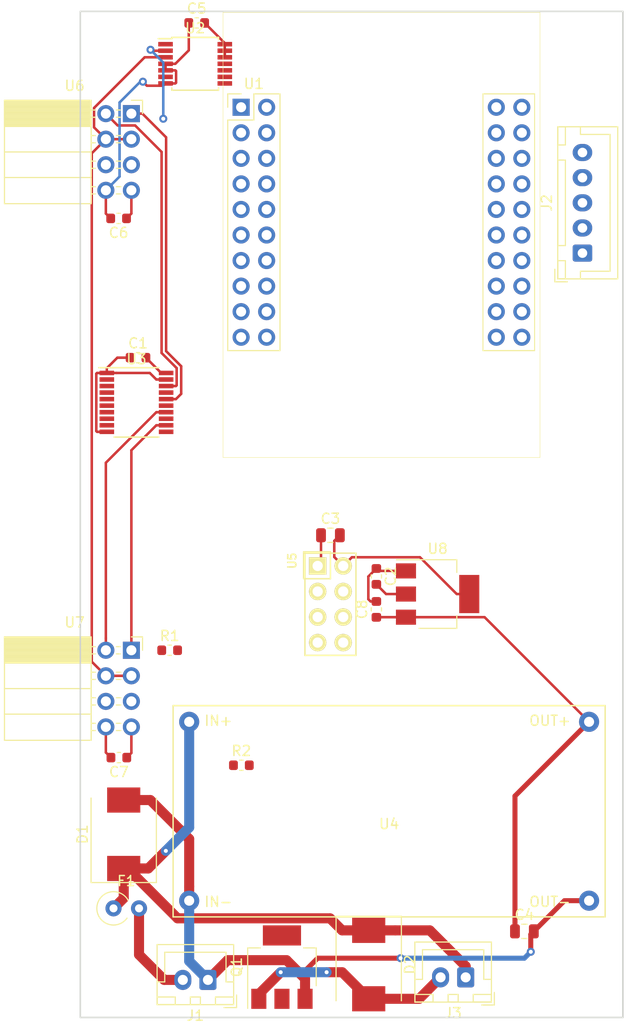
<source format=kicad_pcb>
(kicad_pcb (version 20171130) (host pcbnew 5.0.0-fee4fd1~66~ubuntu16.04.1)

  (general
    (thickness 1.6)
    (drawings 4)
    (tracks 158)
    (zones 0)
    (modules 29)
    (nets 14)
  )

  (page A4)
  (layers
    (0 F.Cu signal)
    (31 B.Cu signal)
    (32 B.Adhes user)
    (33 F.Adhes user)
    (34 B.Paste user)
    (35 F.Paste user)
    (36 B.SilkS user)
    (37 F.SilkS user)
    (38 B.Mask user)
    (39 F.Mask user)
    (40 Dwgs.User user)
    (41 Cmts.User user)
    (42 Eco1.User user)
    (43 Eco2.User user)
    (44 Edge.Cuts user)
    (45 Margin user)
    (46 B.CrtYd user)
    (47 F.CrtYd user)
    (48 B.Fab user)
    (49 F.Fab user)
  )

  (setup
    (last_trace_width 0.25)
    (user_trace_width 0.5)
    (user_trace_width 1)
    (trace_clearance 0.2)
    (zone_clearance 0.508)
    (zone_45_only no)
    (trace_min 0.2)
    (segment_width 0.2)
    (edge_width 0.15)
    (via_size 0.8)
    (via_drill 0.4)
    (via_min_size 0.4)
    (via_min_drill 0.3)
    (uvia_size 0.3)
    (uvia_drill 0.1)
    (uvias_allowed no)
    (uvia_min_size 0.2)
    (uvia_min_drill 0.1)
    (pcb_text_width 0.3)
    (pcb_text_size 1.5 1.5)
    (mod_edge_width 0.15)
    (mod_text_size 1 1)
    (mod_text_width 0.15)
    (pad_size 1.524 1.524)
    (pad_drill 0.762)
    (pad_to_mask_clearance 0.2)
    (aux_axis_origin 0 0)
    (visible_elements FFFFFF7F)
    (pcbplotparams
      (layerselection 0x010fc_ffffffff)
      (usegerberextensions false)
      (usegerberattributes false)
      (usegerberadvancedattributes false)
      (creategerberjobfile false)
      (excludeedgelayer true)
      (linewidth 0.100000)
      (plotframeref false)
      (viasonmask false)
      (mode 1)
      (useauxorigin false)
      (hpglpennumber 1)
      (hpglpenspeed 20)
      (hpglpendiameter 15.000000)
      (psnegative false)
      (psa4output false)
      (plotreference true)
      (plotvalue true)
      (plotinvisibletext false)
      (padsonsilk false)
      (subtractmaskfromsilk false)
      (outputformat 1)
      (mirror false)
      (drillshape 1)
      (scaleselection 1)
      (outputdirectory ""))
  )

  (net 0 "")
  (net 1 GND)
  (net 2 +5V)
  (net 3 +24V)
  (net 4 "Net-(D2-Pad2)")
  (net 5 "Net-(F1-Pad2)")
  (net 6 "Net-(Q1-Pad2)")
  (net 7 Brake)
  (net 8 "Net-(U2-Pad3)")
  (net 9 PWM_B_R)
  (net 10 PWM_B_L)
  (net 11 PWM_A_R)
  (net 12 PWM_A_L)
  (net 13 "Net-(C2-Pad2)")

  (net_class Default "This is the default net class."
    (clearance 0.2)
    (trace_width 0.25)
    (via_dia 0.8)
    (via_drill 0.4)
    (uvia_dia 0.3)
    (uvia_drill 0.1)
    (add_net +24V)
    (add_net +5V)
    (add_net Brake)
    (add_net GND)
    (add_net "Net-(C2-Pad2)")
    (add_net "Net-(D2-Pad2)")
    (add_net "Net-(F1-Pad2)")
    (add_net "Net-(Q1-Pad2)")
    (add_net "Net-(U2-Pad3)")
    (add_net PWM_A_L)
    (add_net PWM_A_R)
    (add_net PWM_B_L)
    (add_net PWM_B_R)
  )

  (module Capacitor_SMD:C_0603_1608Metric (layer F.Cu) (tedit 5B301BBE) (tstamp 5BDB19F3)
    (at 42.3165 115.062)
    (descr "Capacitor SMD 0603 (1608 Metric), square (rectangular) end terminal, IPC_7351 nominal, (Body size source: http://www.tortai-tech.com/upload/download/2011102023233369053.pdf), generated with kicad-footprint-generator")
    (tags capacitor)
    (path /5BC56588)
    (attr smd)
    (fp_text reference C1 (at 0 -1.43) (layer F.SilkS)
      (effects (font (size 1 1) (thickness 0.15)))
    )
    (fp_text value 100n (at 0 1.43) (layer F.Fab)
      (effects (font (size 1 1) (thickness 0.15)))
    )
    (fp_line (start -0.8 0.4) (end -0.8 -0.4) (layer F.Fab) (width 0.1))
    (fp_line (start -0.8 -0.4) (end 0.8 -0.4) (layer F.Fab) (width 0.1))
    (fp_line (start 0.8 -0.4) (end 0.8 0.4) (layer F.Fab) (width 0.1))
    (fp_line (start 0.8 0.4) (end -0.8 0.4) (layer F.Fab) (width 0.1))
    (fp_line (start -0.162779 -0.51) (end 0.162779 -0.51) (layer F.SilkS) (width 0.12))
    (fp_line (start -0.162779 0.51) (end 0.162779 0.51) (layer F.SilkS) (width 0.12))
    (fp_line (start -1.48 0.73) (end -1.48 -0.73) (layer F.CrtYd) (width 0.05))
    (fp_line (start -1.48 -0.73) (end 1.48 -0.73) (layer F.CrtYd) (width 0.05))
    (fp_line (start 1.48 -0.73) (end 1.48 0.73) (layer F.CrtYd) (width 0.05))
    (fp_line (start 1.48 0.73) (end -1.48 0.73) (layer F.CrtYd) (width 0.05))
    (fp_text user %R (at 0 0) (layer F.Fab)
      (effects (font (size 0.4 0.4) (thickness 0.06)))
    )
    (pad 1 smd roundrect (at -0.7875 0) (size 0.875 0.95) (layers F.Cu F.Paste F.Mask) (roundrect_rratio 0.25)
      (net 1 GND))
    (pad 2 smd roundrect (at 0.7875 0) (size 0.875 0.95) (layers F.Cu F.Paste F.Mask) (roundrect_rratio 0.25)
      (net 2 +5V))
    (model ${KISYS3DMOD}/Capacitor_SMD.3dshapes/C_0603_1608Metric.wrl
      (at (xyz 0 0 0))
      (scale (xyz 1 1 1))
      (rotate (xyz 0 0 0))
    )
  )

  (module Capacitor_SMD:C_0603_1608Metric (layer F.Cu) (tedit 5B301BBE) (tstamp 5BD44324)
    (at 66.04 136.8045 270)
    (descr "Capacitor SMD 0603 (1608 Metric), square (rectangular) end terminal, IPC_7351 nominal, (Body size source: http://www.tortai-tech.com/upload/download/2011102023233369053.pdf), generated with kicad-footprint-generator")
    (tags capacitor)
    (path /5BD28A43)
    (attr smd)
    (fp_text reference C2 (at 0 -1.43 270) (layer F.SilkS)
      (effects (font (size 1 1) (thickness 0.15)))
    )
    (fp_text value 100n (at 0 1.43 270) (layer F.Fab)
      (effects (font (size 1 1) (thickness 0.15)))
    )
    (fp_text user %R (at 0 0 270) (layer F.Fab)
      (effects (font (size 0.4 0.4) (thickness 0.06)))
    )
    (fp_line (start 1.48 0.73) (end -1.48 0.73) (layer F.CrtYd) (width 0.05))
    (fp_line (start 1.48 -0.73) (end 1.48 0.73) (layer F.CrtYd) (width 0.05))
    (fp_line (start -1.48 -0.73) (end 1.48 -0.73) (layer F.CrtYd) (width 0.05))
    (fp_line (start -1.48 0.73) (end -1.48 -0.73) (layer F.CrtYd) (width 0.05))
    (fp_line (start -0.162779 0.51) (end 0.162779 0.51) (layer F.SilkS) (width 0.12))
    (fp_line (start -0.162779 -0.51) (end 0.162779 -0.51) (layer F.SilkS) (width 0.12))
    (fp_line (start 0.8 0.4) (end -0.8 0.4) (layer F.Fab) (width 0.1))
    (fp_line (start 0.8 -0.4) (end 0.8 0.4) (layer F.Fab) (width 0.1))
    (fp_line (start -0.8 -0.4) (end 0.8 -0.4) (layer F.Fab) (width 0.1))
    (fp_line (start -0.8 0.4) (end -0.8 -0.4) (layer F.Fab) (width 0.1))
    (pad 2 smd roundrect (at 0.7875 0 270) (size 0.875 0.95) (layers F.Cu F.Paste F.Mask) (roundrect_rratio 0.25)
      (net 13 "Net-(C2-Pad2)"))
    (pad 1 smd roundrect (at -0.7875 0 270) (size 0.875 0.95) (layers F.Cu F.Paste F.Mask) (roundrect_rratio 0.25)
      (net 1 GND))
    (model ${KISYS3DMOD}/Capacitor_SMD.3dshapes/C_0603_1608Metric.wrl
      (at (xyz 0 0 0))
      (scale (xyz 1 1 1))
      (rotate (xyz 0 0 0))
    )
  )

  (module Capacitor_SMD:C_0805_2012Metric (layer F.Cu) (tedit 5B36C52B) (tstamp 5BDB1B70)
    (at 61.468 132.715)
    (descr "Capacitor SMD 0805 (2012 Metric), square (rectangular) end terminal, IPC_7351 nominal, (Body size source: https://docs.google.com/spreadsheets/d/1BsfQQcO9C6DZCsRaXUlFlo91Tg2WpOkGARC1WS5S8t0/edit?usp=sharing), generated with kicad-footprint-generator")
    (tags capacitor)
    (path /5BD28AA2)
    (attr smd)
    (fp_text reference C3 (at 0 -1.65) (layer F.SilkS)
      (effects (font (size 1 1) (thickness 0.15)))
    )
    (fp_text value 10u (at 0 1.65) (layer F.Fab)
      (effects (font (size 1 1) (thickness 0.15)))
    )
    (fp_text user %R (at 0 0) (layer F.Fab)
      (effects (font (size 0.5 0.5) (thickness 0.08)))
    )
    (fp_line (start 1.68 0.95) (end -1.68 0.95) (layer F.CrtYd) (width 0.05))
    (fp_line (start 1.68 -0.95) (end 1.68 0.95) (layer F.CrtYd) (width 0.05))
    (fp_line (start -1.68 -0.95) (end 1.68 -0.95) (layer F.CrtYd) (width 0.05))
    (fp_line (start -1.68 0.95) (end -1.68 -0.95) (layer F.CrtYd) (width 0.05))
    (fp_line (start -0.258578 0.71) (end 0.258578 0.71) (layer F.SilkS) (width 0.12))
    (fp_line (start -0.258578 -0.71) (end 0.258578 -0.71) (layer F.SilkS) (width 0.12))
    (fp_line (start 1 0.6) (end -1 0.6) (layer F.Fab) (width 0.1))
    (fp_line (start 1 -0.6) (end 1 0.6) (layer F.Fab) (width 0.1))
    (fp_line (start -1 -0.6) (end 1 -0.6) (layer F.Fab) (width 0.1))
    (fp_line (start -1 0.6) (end -1 -0.6) (layer F.Fab) (width 0.1))
    (pad 2 smd roundrect (at 0.9375 0) (size 0.975 1.4) (layers F.Cu F.Paste F.Mask) (roundrect_rratio 0.25)
      (net 13 "Net-(C2-Pad2)"))
    (pad 1 smd roundrect (at -0.9375 0) (size 0.975 1.4) (layers F.Cu F.Paste F.Mask) (roundrect_rratio 0.25)
      (net 1 GND))
    (model ${KISYS3DMOD}/Capacitor_SMD.3dshapes/C_0805_2012Metric.wrl
      (at (xyz 0 0 0))
      (scale (xyz 1 1 1))
      (rotate (xyz 0 0 0))
    )
  )

  (module Capacitor_SMD:C_0805_2012Metric (layer F.Cu) (tedit 5B36C52B) (tstamp 5BDC74FA)
    (at 80.772 172.085)
    (descr "Capacitor SMD 0805 (2012 Metric), square (rectangular) end terminal, IPC_7351 nominal, (Body size source: https://docs.google.com/spreadsheets/d/1BsfQQcO9C6DZCsRaXUlFlo91Tg2WpOkGARC1WS5S8t0/edit?usp=sharing), generated with kicad-footprint-generator")
    (tags capacitor)
    (path /5BD28399)
    (attr smd)
    (fp_text reference C4 (at 0 -1.65) (layer F.SilkS)
      (effects (font (size 1 1) (thickness 0.15)))
    )
    (fp_text value 10u (at 0 1.65) (layer F.Fab)
      (effects (font (size 1 1) (thickness 0.15)))
    )
    (fp_line (start -1 0.6) (end -1 -0.6) (layer F.Fab) (width 0.1))
    (fp_line (start -1 -0.6) (end 1 -0.6) (layer F.Fab) (width 0.1))
    (fp_line (start 1 -0.6) (end 1 0.6) (layer F.Fab) (width 0.1))
    (fp_line (start 1 0.6) (end -1 0.6) (layer F.Fab) (width 0.1))
    (fp_line (start -0.258578 -0.71) (end 0.258578 -0.71) (layer F.SilkS) (width 0.12))
    (fp_line (start -0.258578 0.71) (end 0.258578 0.71) (layer F.SilkS) (width 0.12))
    (fp_line (start -1.68 0.95) (end -1.68 -0.95) (layer F.CrtYd) (width 0.05))
    (fp_line (start -1.68 -0.95) (end 1.68 -0.95) (layer F.CrtYd) (width 0.05))
    (fp_line (start 1.68 -0.95) (end 1.68 0.95) (layer F.CrtYd) (width 0.05))
    (fp_line (start 1.68 0.95) (end -1.68 0.95) (layer F.CrtYd) (width 0.05))
    (fp_text user %R (at 0 0) (layer F.Fab)
      (effects (font (size 0.5 0.5) (thickness 0.08)))
    )
    (pad 1 smd roundrect (at -0.9375 0) (size 0.975 1.4) (layers F.Cu F.Paste F.Mask) (roundrect_rratio 0.25)
      (net 2 +5V))
    (pad 2 smd roundrect (at 0.9375 0) (size 0.975 1.4) (layers F.Cu F.Paste F.Mask) (roundrect_rratio 0.25)
      (net 1 GND))
    (model ${KISYS3DMOD}/Capacitor_SMD.3dshapes/C_0805_2012Metric.wrl
      (at (xyz 0 0 0))
      (scale (xyz 1 1 1))
      (rotate (xyz 0 0 0))
    )
  )

  (module Capacitor_SMD:C_0603_1608Metric (layer F.Cu) (tedit 5B301BBE) (tstamp 5BD4F2A9)
    (at 48.1585 81.788)
    (descr "Capacitor SMD 0603 (1608 Metric), square (rectangular) end terminal, IPC_7351 nominal, (Body size source: http://www.tortai-tech.com/upload/download/2011102023233369053.pdf), generated with kicad-footprint-generator")
    (tags capacitor)
    (path /5BC5FAEF/5BC5FD46)
    (attr smd)
    (fp_text reference C5 (at 0 -1.43) (layer F.SilkS)
      (effects (font (size 1 1) (thickness 0.15)))
    )
    (fp_text value 100n (at 0 1.43) (layer F.Fab)
      (effects (font (size 1 1) (thickness 0.15)))
    )
    (fp_line (start -0.8 0.4) (end -0.8 -0.4) (layer F.Fab) (width 0.1))
    (fp_line (start -0.8 -0.4) (end 0.8 -0.4) (layer F.Fab) (width 0.1))
    (fp_line (start 0.8 -0.4) (end 0.8 0.4) (layer F.Fab) (width 0.1))
    (fp_line (start 0.8 0.4) (end -0.8 0.4) (layer F.Fab) (width 0.1))
    (fp_line (start -0.162779 -0.51) (end 0.162779 -0.51) (layer F.SilkS) (width 0.12))
    (fp_line (start -0.162779 0.51) (end 0.162779 0.51) (layer F.SilkS) (width 0.12))
    (fp_line (start -1.48 0.73) (end -1.48 -0.73) (layer F.CrtYd) (width 0.05))
    (fp_line (start -1.48 -0.73) (end 1.48 -0.73) (layer F.CrtYd) (width 0.05))
    (fp_line (start 1.48 -0.73) (end 1.48 0.73) (layer F.CrtYd) (width 0.05))
    (fp_line (start 1.48 0.73) (end -1.48 0.73) (layer F.CrtYd) (width 0.05))
    (fp_text user %R (at 0 0) (layer F.Fab)
      (effects (font (size 0.4 0.4) (thickness 0.06)))
    )
    (pad 1 smd roundrect (at -0.7875 0) (size 0.875 0.95) (layers F.Cu F.Paste F.Mask) (roundrect_rratio 0.25)
      (net 1 GND))
    (pad 2 smd roundrect (at 0.7875 0) (size 0.875 0.95) (layers F.Cu F.Paste F.Mask) (roundrect_rratio 0.25)
      (net 2 +5V))
    (model ${KISYS3DMOD}/Capacitor_SMD.3dshapes/C_0603_1608Metric.wrl
      (at (xyz 0 0 0))
      (scale (xyz 1 1 1))
      (rotate (xyz 0 0 0))
    )
  )

  (module Capacitor_SMD:C_0603_1608Metric (layer F.Cu) (tedit 5B301BBE) (tstamp 5BDB1B40)
    (at 40.386 101.219 180)
    (descr "Capacitor SMD 0603 (1608 Metric), square (rectangular) end terminal, IPC_7351 nominal, (Body size source: http://www.tortai-tech.com/upload/download/2011102023233369053.pdf), generated with kicad-footprint-generator")
    (tags capacitor)
    (path /5BC5FAEF/5BC5FD59)
    (attr smd)
    (fp_text reference C6 (at 0 -1.43 180) (layer F.SilkS)
      (effects (font (size 1 1) (thickness 0.15)))
    )
    (fp_text value 100n (at 0 1.43 180) (layer F.Fab)
      (effects (font (size 1 1) (thickness 0.15)))
    )
    (fp_text user %R (at 0 0 180) (layer F.Fab)
      (effects (font (size 0.4 0.4) (thickness 0.06)))
    )
    (fp_line (start 1.48 0.73) (end -1.48 0.73) (layer F.CrtYd) (width 0.05))
    (fp_line (start 1.48 -0.73) (end 1.48 0.73) (layer F.CrtYd) (width 0.05))
    (fp_line (start -1.48 -0.73) (end 1.48 -0.73) (layer F.CrtYd) (width 0.05))
    (fp_line (start -1.48 0.73) (end -1.48 -0.73) (layer F.CrtYd) (width 0.05))
    (fp_line (start -0.162779 0.51) (end 0.162779 0.51) (layer F.SilkS) (width 0.12))
    (fp_line (start -0.162779 -0.51) (end 0.162779 -0.51) (layer F.SilkS) (width 0.12))
    (fp_line (start 0.8 0.4) (end -0.8 0.4) (layer F.Fab) (width 0.1))
    (fp_line (start 0.8 -0.4) (end 0.8 0.4) (layer F.Fab) (width 0.1))
    (fp_line (start -0.8 -0.4) (end 0.8 -0.4) (layer F.Fab) (width 0.1))
    (fp_line (start -0.8 0.4) (end -0.8 -0.4) (layer F.Fab) (width 0.1))
    (pad 2 smd roundrect (at 0.7875 0 180) (size 0.875 0.95) (layers F.Cu F.Paste F.Mask) (roundrect_rratio 0.25)
      (net 1 GND))
    (pad 1 smd roundrect (at -0.7875 0 180) (size 0.875 0.95) (layers F.Cu F.Paste F.Mask) (roundrect_rratio 0.25)
      (net 2 +5V))
    (model ${KISYS3DMOD}/Capacitor_SMD.3dshapes/C_0603_1608Metric.wrl
      (at (xyz 0 0 0))
      (scale (xyz 1 1 1))
      (rotate (xyz 0 0 0))
    )
  )

  (module Capacitor_SMD:C_0603_1608Metric (layer F.Cu) (tedit 5B301BBE) (tstamp 5BDC6F95)
    (at 40.4115 154.813 180)
    (descr "Capacitor SMD 0603 (1608 Metric), square (rectangular) end terminal, IPC_7351 nominal, (Body size source: http://www.tortai-tech.com/upload/download/2011102023233369053.pdf), generated with kicad-footprint-generator")
    (tags capacitor)
    (path /5BC5FAEF/5BC5FD66)
    (attr smd)
    (fp_text reference C7 (at 0 -1.43 180) (layer F.SilkS)
      (effects (font (size 1 1) (thickness 0.15)))
    )
    (fp_text value 100n (at 0 1.43 180) (layer F.Fab)
      (effects (font (size 1 1) (thickness 0.15)))
    )
    (fp_line (start -0.8 0.4) (end -0.8 -0.4) (layer F.Fab) (width 0.1))
    (fp_line (start -0.8 -0.4) (end 0.8 -0.4) (layer F.Fab) (width 0.1))
    (fp_line (start 0.8 -0.4) (end 0.8 0.4) (layer F.Fab) (width 0.1))
    (fp_line (start 0.8 0.4) (end -0.8 0.4) (layer F.Fab) (width 0.1))
    (fp_line (start -0.162779 -0.51) (end 0.162779 -0.51) (layer F.SilkS) (width 0.12))
    (fp_line (start -0.162779 0.51) (end 0.162779 0.51) (layer F.SilkS) (width 0.12))
    (fp_line (start -1.48 0.73) (end -1.48 -0.73) (layer F.CrtYd) (width 0.05))
    (fp_line (start -1.48 -0.73) (end 1.48 -0.73) (layer F.CrtYd) (width 0.05))
    (fp_line (start 1.48 -0.73) (end 1.48 0.73) (layer F.CrtYd) (width 0.05))
    (fp_line (start 1.48 0.73) (end -1.48 0.73) (layer F.CrtYd) (width 0.05))
    (fp_text user %R (at 0 0 180) (layer F.Fab)
      (effects (font (size 0.4 0.4) (thickness 0.06)))
    )
    (pad 1 smd roundrect (at -0.7875 0 180) (size 0.875 0.95) (layers F.Cu F.Paste F.Mask) (roundrect_rratio 0.25)
      (net 2 +5V))
    (pad 2 smd roundrect (at 0.7875 0 180) (size 0.875 0.95) (layers F.Cu F.Paste F.Mask) (roundrect_rratio 0.25)
      (net 1 GND))
    (model ${KISYS3DMOD}/Capacitor_SMD.3dshapes/C_0603_1608Metric.wrl
      (at (xyz 0 0 0))
      (scale (xyz 1 1 1))
      (rotate (xyz 0 0 0))
    )
  )

  (module Diode_SMD:D_SMC (layer F.Cu) (tedit 5864295D) (tstamp 5BDC7B1A)
    (at 40.894 162.433 90)
    (descr "Diode SMC (DO-214AB)")
    (tags "Diode SMC (DO-214AB)")
    (path /5BD26B72)
    (attr smd)
    (fp_text reference D1 (at 0 -4.1 90) (layer F.SilkS)
      (effects (font (size 1 1) (thickness 0.15)))
    )
    (fp_text value SS34 (at 0 4.2 90) (layer F.Fab)
      (effects (font (size 1 1) (thickness 0.15)))
    )
    (fp_text user %R (at 0 -1.9 90) (layer F.Fab)
      (effects (font (size 1 1) (thickness 0.15)))
    )
    (fp_line (start -4.8 3.25) (end -4.8 -3.25) (layer F.SilkS) (width 0.12))
    (fp_line (start 3.55 3.1) (end -3.55 3.1) (layer F.Fab) (width 0.1))
    (fp_line (start -3.55 3.1) (end -3.55 -3.1) (layer F.Fab) (width 0.1))
    (fp_line (start 3.55 -3.1) (end 3.55 3.1) (layer F.Fab) (width 0.1))
    (fp_line (start 3.55 -3.1) (end -3.55 -3.1) (layer F.Fab) (width 0.1))
    (fp_line (start -4.9 -3.35) (end 4.9 -3.35) (layer F.CrtYd) (width 0.05))
    (fp_line (start 4.9 -3.35) (end 4.9 3.35) (layer F.CrtYd) (width 0.05))
    (fp_line (start 4.9 3.35) (end -4.9 3.35) (layer F.CrtYd) (width 0.05))
    (fp_line (start -4.9 3.35) (end -4.9 -3.35) (layer F.CrtYd) (width 0.05))
    (fp_line (start -0.64944 0.00102) (end -1.55114 0.00102) (layer F.Fab) (width 0.1))
    (fp_line (start 0.50118 0.00102) (end 1.4994 0.00102) (layer F.Fab) (width 0.1))
    (fp_line (start -0.64944 -0.79908) (end -0.64944 0.80112) (layer F.Fab) (width 0.1))
    (fp_line (start 0.50118 0.75032) (end 0.50118 -0.79908) (layer F.Fab) (width 0.1))
    (fp_line (start -0.64944 0.00102) (end 0.50118 0.75032) (layer F.Fab) (width 0.1))
    (fp_line (start -0.64944 0.00102) (end 0.50118 -0.79908) (layer F.Fab) (width 0.1))
    (fp_line (start -4.8 3.25) (end 3.6 3.25) (layer F.SilkS) (width 0.12))
    (fp_line (start -4.8 -3.25) (end 3.6 -3.25) (layer F.SilkS) (width 0.12))
    (pad 1 smd rect (at -3.4 0 180) (size 3.3 2.5) (layers F.Cu F.Paste F.Mask)
      (net 3 +24V))
    (pad 2 smd rect (at 3.4 0 180) (size 3.3 2.5) (layers F.Cu F.Paste F.Mask)
      (net 1 GND))
    (model ${KISYS3DMOD}/Diode_SMD.3dshapes/D_SMC.wrl
      (at (xyz 0 0 0))
      (scale (xyz 1 1 1))
      (rotate (xyz 0 0 0))
    )
  )

  (module Diode_SMD:D_SMC (layer F.Cu) (tedit 5864295D) (tstamp 5BDB174E)
    (at 65.278 175.387 270)
    (descr "Diode SMC (DO-214AB)")
    (tags "Diode SMC (DO-214AB)")
    (path /5BC5FAEF/5BC5FD93)
    (attr smd)
    (fp_text reference D2 (at 0 -4.1 270) (layer F.SilkS)
      (effects (font (size 1 1) (thickness 0.15)))
    )
    (fp_text value SS34 (at 0 4.2 270) (layer F.Fab)
      (effects (font (size 1 1) (thickness 0.15)))
    )
    (fp_line (start -4.8 -3.25) (end 3.6 -3.25) (layer F.SilkS) (width 0.12))
    (fp_line (start -4.8 3.25) (end 3.6 3.25) (layer F.SilkS) (width 0.12))
    (fp_line (start -0.64944 0.00102) (end 0.50118 -0.79908) (layer F.Fab) (width 0.1))
    (fp_line (start -0.64944 0.00102) (end 0.50118 0.75032) (layer F.Fab) (width 0.1))
    (fp_line (start 0.50118 0.75032) (end 0.50118 -0.79908) (layer F.Fab) (width 0.1))
    (fp_line (start -0.64944 -0.79908) (end -0.64944 0.80112) (layer F.Fab) (width 0.1))
    (fp_line (start 0.50118 0.00102) (end 1.4994 0.00102) (layer F.Fab) (width 0.1))
    (fp_line (start -0.64944 0.00102) (end -1.55114 0.00102) (layer F.Fab) (width 0.1))
    (fp_line (start -4.9 3.35) (end -4.9 -3.35) (layer F.CrtYd) (width 0.05))
    (fp_line (start 4.9 3.35) (end -4.9 3.35) (layer F.CrtYd) (width 0.05))
    (fp_line (start 4.9 -3.35) (end 4.9 3.35) (layer F.CrtYd) (width 0.05))
    (fp_line (start -4.9 -3.35) (end 4.9 -3.35) (layer F.CrtYd) (width 0.05))
    (fp_line (start 3.55 -3.1) (end -3.55 -3.1) (layer F.Fab) (width 0.1))
    (fp_line (start 3.55 -3.1) (end 3.55 3.1) (layer F.Fab) (width 0.1))
    (fp_line (start -3.55 3.1) (end -3.55 -3.1) (layer F.Fab) (width 0.1))
    (fp_line (start 3.55 3.1) (end -3.55 3.1) (layer F.Fab) (width 0.1))
    (fp_line (start -4.8 3.25) (end -4.8 -3.25) (layer F.SilkS) (width 0.12))
    (fp_text user %R (at 0 -1.9) (layer F.Fab)
      (effects (font (size 1 1) (thickness 0.15)))
    )
    (pad 2 smd rect (at 3.4 0) (size 3.3 2.5) (layers F.Cu F.Paste F.Mask)
      (net 4 "Net-(D2-Pad2)"))
    (pad 1 smd rect (at -3.4 0) (size 3.3 2.5) (layers F.Cu F.Paste F.Mask)
      (net 3 +24V))
    (model ${KISYS3DMOD}/Diode_SMD.3dshapes/D_SMC.wrl
      (at (xyz 0 0 0))
      (scale (xyz 1 1 1))
      (rotate (xyz 0 0 0))
    )
  )

  (module Resistor_THT:R_Axial_DIN0309_L9.0mm_D3.2mm_P2.54mm_Vertical (layer F.Cu) (tedit 5AE5139B) (tstamp 5BDB1BCD)
    (at 39.878 169.799)
    (descr "Resistor, Axial_DIN0309 series, Axial, Vertical, pin pitch=2.54mm, 0.5W = 1/2W, length*diameter=9*3.2mm^2, http://cdn-reichelt.de/documents/datenblatt/B400/1_4W%23YAG.pdf")
    (tags "Resistor Axial_DIN0309 series Axial Vertical pin pitch 2.54mm 0.5W = 1/2W length 9mm diameter 3.2mm")
    (path /5BD26A01)
    (fp_text reference F1 (at 1.27 -2.72) (layer F.SilkS)
      (effects (font (size 1 1) (thickness 0.15)))
    )
    (fp_text value Fuse (at 1.27 2.72) (layer F.Fab)
      (effects (font (size 1 1) (thickness 0.15)))
    )
    (fp_arc (start 0 0) (end 1.453272 -0.8) (angle -295.326041) (layer F.SilkS) (width 0.12))
    (fp_circle (center 0 0) (end 1.6 0) (layer F.Fab) (width 0.1))
    (fp_line (start 0 0) (end 2.54 0) (layer F.Fab) (width 0.1))
    (fp_line (start -1.85 -1.85) (end -1.85 1.85) (layer F.CrtYd) (width 0.05))
    (fp_line (start -1.85 1.85) (end 3.59 1.85) (layer F.CrtYd) (width 0.05))
    (fp_line (start 3.59 1.85) (end 3.59 -1.85) (layer F.CrtYd) (width 0.05))
    (fp_line (start 3.59 -1.85) (end -1.85 -1.85) (layer F.CrtYd) (width 0.05))
    (fp_text user %R (at 1.27 -2.72) (layer F.Fab)
      (effects (font (size 1 1) (thickness 0.15)))
    )
    (pad 1 thru_hole circle (at 0 0) (size 1.6 1.6) (drill 0.8) (layers *.Cu *.Mask)
      (net 3 +24V))
    (pad 2 thru_hole oval (at 2.54 0) (size 1.6 1.6) (drill 0.8) (layers *.Cu *.Mask)
      (net 5 "Net-(F1-Pad2)"))
    (model ${KISYS3DMOD}/Resistor_THT.3dshapes/R_Axial_DIN0309_L9.0mm_D3.2mm_P2.54mm_Vertical.wrl
      (at (xyz 0 0 0))
      (scale (xyz 1 1 1))
      (rotate (xyz 0 0 0))
    )
  )

  (module Connector_JST:JST_XH_B02B-XH-A_1x02_P2.50mm_Vertical (layer F.Cu) (tedit 5B7754C5) (tstamp 5BDC75A2)
    (at 49.276 176.911 180)
    (descr "JST XH series connector, B02B-XH-A (http://www.jst-mfg.com/product/pdf/eng/eXH.pdf), generated with kicad-footprint-generator")
    (tags "connector JST XH side entry")
    (path /5BD267A0)
    (fp_text reference J1 (at 1.25 -3.55 180) (layer F.SilkS)
      (effects (font (size 1 1) (thickness 0.15)))
    )
    (fp_text value Conn_01x02 (at 1.25 4.6 180) (layer F.Fab)
      (effects (font (size 1 1) (thickness 0.15)))
    )
    (fp_text user %R (at 1.25 2.7 180) (layer F.Fab)
      (effects (font (size 1 1) (thickness 0.15)))
    )
    (fp_line (start -2.85 -2.75) (end -2.85 -1.5) (layer F.SilkS) (width 0.12))
    (fp_line (start -1.6 -2.75) (end -2.85 -2.75) (layer F.SilkS) (width 0.12))
    (fp_line (start 4.3 2.75) (end 1.25 2.75) (layer F.SilkS) (width 0.12))
    (fp_line (start 4.3 -0.2) (end 4.3 2.75) (layer F.SilkS) (width 0.12))
    (fp_line (start 5.05 -0.2) (end 4.3 -0.2) (layer F.SilkS) (width 0.12))
    (fp_line (start -1.8 2.75) (end 1.25 2.75) (layer F.SilkS) (width 0.12))
    (fp_line (start -1.8 -0.2) (end -1.8 2.75) (layer F.SilkS) (width 0.12))
    (fp_line (start -2.55 -0.2) (end -1.8 -0.2) (layer F.SilkS) (width 0.12))
    (fp_line (start 5.05 -2.45) (end 3.25 -2.45) (layer F.SilkS) (width 0.12))
    (fp_line (start 5.05 -1.7) (end 5.05 -2.45) (layer F.SilkS) (width 0.12))
    (fp_line (start 3.25 -1.7) (end 5.05 -1.7) (layer F.SilkS) (width 0.12))
    (fp_line (start 3.25 -2.45) (end 3.25 -1.7) (layer F.SilkS) (width 0.12))
    (fp_line (start -0.75 -2.45) (end -2.55 -2.45) (layer F.SilkS) (width 0.12))
    (fp_line (start -0.75 -1.7) (end -0.75 -2.45) (layer F.SilkS) (width 0.12))
    (fp_line (start -2.55 -1.7) (end -0.75 -1.7) (layer F.SilkS) (width 0.12))
    (fp_line (start -2.55 -2.45) (end -2.55 -1.7) (layer F.SilkS) (width 0.12))
    (fp_line (start 1.75 -2.45) (end 0.75 -2.45) (layer F.SilkS) (width 0.12))
    (fp_line (start 1.75 -1.7) (end 1.75 -2.45) (layer F.SilkS) (width 0.12))
    (fp_line (start 0.75 -1.7) (end 1.75 -1.7) (layer F.SilkS) (width 0.12))
    (fp_line (start 0.75 -2.45) (end 0.75 -1.7) (layer F.SilkS) (width 0.12))
    (fp_line (start 0 -1.35) (end 0.625 -2.35) (layer F.Fab) (width 0.1))
    (fp_line (start -0.625 -2.35) (end 0 -1.35) (layer F.Fab) (width 0.1))
    (fp_line (start 5.45 -2.85) (end -2.95 -2.85) (layer F.CrtYd) (width 0.05))
    (fp_line (start 5.45 3.9) (end 5.45 -2.85) (layer F.CrtYd) (width 0.05))
    (fp_line (start -2.95 3.9) (end 5.45 3.9) (layer F.CrtYd) (width 0.05))
    (fp_line (start -2.95 -2.85) (end -2.95 3.9) (layer F.CrtYd) (width 0.05))
    (fp_line (start 5.06 -2.46) (end -2.56 -2.46) (layer F.SilkS) (width 0.12))
    (fp_line (start 5.06 3.51) (end 5.06 -2.46) (layer F.SilkS) (width 0.12))
    (fp_line (start -2.56 3.51) (end 5.06 3.51) (layer F.SilkS) (width 0.12))
    (fp_line (start -2.56 -2.46) (end -2.56 3.51) (layer F.SilkS) (width 0.12))
    (fp_line (start 4.95 -2.35) (end -2.45 -2.35) (layer F.Fab) (width 0.1))
    (fp_line (start 4.95 3.4) (end 4.95 -2.35) (layer F.Fab) (width 0.1))
    (fp_line (start -2.45 3.4) (end 4.95 3.4) (layer F.Fab) (width 0.1))
    (fp_line (start -2.45 -2.35) (end -2.45 3.4) (layer F.Fab) (width 0.1))
    (pad 2 thru_hole oval (at 2.5 0 180) (size 1.7 2) (drill 1) (layers *.Cu *.Mask)
      (net 5 "Net-(F1-Pad2)"))
    (pad 1 thru_hole roundrect (at 0 0 180) (size 1.7 2) (drill 1) (layers *.Cu *.Mask) (roundrect_rratio 0.147059)
      (net 1 GND))
    (model ${KISYS3DMOD}/Connector_JST.3dshapes/JST_XH_B02B-XH-A_1x02_P2.50mm_Vertical.wrl
      (at (xyz 0 0 0))
      (scale (xyz 1 1 1))
      (rotate (xyz 0 0 0))
    )
  )

  (module Connector_JST:JST_XH_B05B-XH-A_1x05_P2.50mm_Vertical (layer F.Cu) (tedit 5B7754C5) (tstamp 5BDB195D)
    (at 86.551001 104.670001 90)
    (descr "JST XH series connector, B05B-XH-A (http://www.jst-mfg.com/product/pdf/eng/eXH.pdf), generated with kicad-footprint-generator")
    (tags "connector JST XH side entry")
    (path /5BC5AF8D)
    (fp_text reference J2 (at 5 -3.55 90) (layer F.SilkS)
      (effects (font (size 1 1) (thickness 0.15)))
    )
    (fp_text value Conn_01x05 (at 5 4.6 90) (layer F.Fab)
      (effects (font (size 1 1) (thickness 0.15)))
    )
    (fp_line (start -2.45 -2.35) (end -2.45 3.4) (layer F.Fab) (width 0.1))
    (fp_line (start -2.45 3.4) (end 12.45 3.4) (layer F.Fab) (width 0.1))
    (fp_line (start 12.45 3.4) (end 12.45 -2.35) (layer F.Fab) (width 0.1))
    (fp_line (start 12.45 -2.35) (end -2.45 -2.35) (layer F.Fab) (width 0.1))
    (fp_line (start -2.56 -2.46) (end -2.56 3.51) (layer F.SilkS) (width 0.12))
    (fp_line (start -2.56 3.51) (end 12.56 3.51) (layer F.SilkS) (width 0.12))
    (fp_line (start 12.56 3.51) (end 12.56 -2.46) (layer F.SilkS) (width 0.12))
    (fp_line (start 12.56 -2.46) (end -2.56 -2.46) (layer F.SilkS) (width 0.12))
    (fp_line (start -2.95 -2.85) (end -2.95 3.9) (layer F.CrtYd) (width 0.05))
    (fp_line (start -2.95 3.9) (end 12.95 3.9) (layer F.CrtYd) (width 0.05))
    (fp_line (start 12.95 3.9) (end 12.95 -2.85) (layer F.CrtYd) (width 0.05))
    (fp_line (start 12.95 -2.85) (end -2.95 -2.85) (layer F.CrtYd) (width 0.05))
    (fp_line (start -0.625 -2.35) (end 0 -1.35) (layer F.Fab) (width 0.1))
    (fp_line (start 0 -1.35) (end 0.625 -2.35) (layer F.Fab) (width 0.1))
    (fp_line (start 0.75 -2.45) (end 0.75 -1.7) (layer F.SilkS) (width 0.12))
    (fp_line (start 0.75 -1.7) (end 9.25 -1.7) (layer F.SilkS) (width 0.12))
    (fp_line (start 9.25 -1.7) (end 9.25 -2.45) (layer F.SilkS) (width 0.12))
    (fp_line (start 9.25 -2.45) (end 0.75 -2.45) (layer F.SilkS) (width 0.12))
    (fp_line (start -2.55 -2.45) (end -2.55 -1.7) (layer F.SilkS) (width 0.12))
    (fp_line (start -2.55 -1.7) (end -0.75 -1.7) (layer F.SilkS) (width 0.12))
    (fp_line (start -0.75 -1.7) (end -0.75 -2.45) (layer F.SilkS) (width 0.12))
    (fp_line (start -0.75 -2.45) (end -2.55 -2.45) (layer F.SilkS) (width 0.12))
    (fp_line (start 10.75 -2.45) (end 10.75 -1.7) (layer F.SilkS) (width 0.12))
    (fp_line (start 10.75 -1.7) (end 12.55 -1.7) (layer F.SilkS) (width 0.12))
    (fp_line (start 12.55 -1.7) (end 12.55 -2.45) (layer F.SilkS) (width 0.12))
    (fp_line (start 12.55 -2.45) (end 10.75 -2.45) (layer F.SilkS) (width 0.12))
    (fp_line (start -2.55 -0.2) (end -1.8 -0.2) (layer F.SilkS) (width 0.12))
    (fp_line (start -1.8 -0.2) (end -1.8 2.75) (layer F.SilkS) (width 0.12))
    (fp_line (start -1.8 2.75) (end 5 2.75) (layer F.SilkS) (width 0.12))
    (fp_line (start 12.55 -0.2) (end 11.8 -0.2) (layer F.SilkS) (width 0.12))
    (fp_line (start 11.8 -0.2) (end 11.8 2.75) (layer F.SilkS) (width 0.12))
    (fp_line (start 11.8 2.75) (end 5 2.75) (layer F.SilkS) (width 0.12))
    (fp_line (start -1.6 -2.75) (end -2.85 -2.75) (layer F.SilkS) (width 0.12))
    (fp_line (start -2.85 -2.75) (end -2.85 -1.5) (layer F.SilkS) (width 0.12))
    (fp_text user %R (at 5 2.7 90) (layer F.Fab)
      (effects (font (size 1 1) (thickness 0.15)))
    )
    (pad 1 thru_hole roundrect (at 0 0 90) (size 1.7 1.95) (drill 0.95) (layers *.Cu *.Mask) (roundrect_rratio 0.147059)
      (net 2 +5V))
    (pad 2 thru_hole oval (at 2.5 0 90) (size 1.7 1.95) (drill 0.95) (layers *.Cu *.Mask))
    (pad 3 thru_hole oval (at 5 0 90) (size 1.7 1.95) (drill 0.95) (layers *.Cu *.Mask))
    (pad 4 thru_hole oval (at 7.5 0 90) (size 1.7 1.95) (drill 0.95) (layers *.Cu *.Mask))
    (pad 5 thru_hole oval (at 10 0 90) (size 1.7 1.95) (drill 0.95) (layers *.Cu *.Mask)
      (net 1 GND))
    (model ${KISYS3DMOD}/Connector_JST.3dshapes/JST_XH_B05B-XH-A_1x05_P2.50mm_Vertical.wrl
      (at (xyz 0 0 0))
      (scale (xyz 1 1 1))
      (rotate (xyz 0 0 0))
    )
  )

  (module Connector_JST:JST_XH_B02B-XH-A_1x02_P2.50mm_Vertical (layer F.Cu) (tedit 5B7754C5) (tstamp 5BDB1AE0)
    (at 74.93 176.657 180)
    (descr "JST XH series connector, B02B-XH-A (http://www.jst-mfg.com/product/pdf/eng/eXH.pdf), generated with kicad-footprint-generator")
    (tags "connector JST XH side entry")
    (path /5BC5FAEF/5BC5FCFC)
    (fp_text reference J3 (at 1.25 -3.55 180) (layer F.SilkS)
      (effects (font (size 1 1) (thickness 0.15)))
    )
    (fp_text value Conn_01x02 (at 1.25 4.6 180) (layer F.Fab)
      (effects (font (size 1 1) (thickness 0.15)))
    )
    (fp_line (start -2.45 -2.35) (end -2.45 3.4) (layer F.Fab) (width 0.1))
    (fp_line (start -2.45 3.4) (end 4.95 3.4) (layer F.Fab) (width 0.1))
    (fp_line (start 4.95 3.4) (end 4.95 -2.35) (layer F.Fab) (width 0.1))
    (fp_line (start 4.95 -2.35) (end -2.45 -2.35) (layer F.Fab) (width 0.1))
    (fp_line (start -2.56 -2.46) (end -2.56 3.51) (layer F.SilkS) (width 0.12))
    (fp_line (start -2.56 3.51) (end 5.06 3.51) (layer F.SilkS) (width 0.12))
    (fp_line (start 5.06 3.51) (end 5.06 -2.46) (layer F.SilkS) (width 0.12))
    (fp_line (start 5.06 -2.46) (end -2.56 -2.46) (layer F.SilkS) (width 0.12))
    (fp_line (start -2.95 -2.85) (end -2.95 3.9) (layer F.CrtYd) (width 0.05))
    (fp_line (start -2.95 3.9) (end 5.45 3.9) (layer F.CrtYd) (width 0.05))
    (fp_line (start 5.45 3.9) (end 5.45 -2.85) (layer F.CrtYd) (width 0.05))
    (fp_line (start 5.45 -2.85) (end -2.95 -2.85) (layer F.CrtYd) (width 0.05))
    (fp_line (start -0.625 -2.35) (end 0 -1.35) (layer F.Fab) (width 0.1))
    (fp_line (start 0 -1.35) (end 0.625 -2.35) (layer F.Fab) (width 0.1))
    (fp_line (start 0.75 -2.45) (end 0.75 -1.7) (layer F.SilkS) (width 0.12))
    (fp_line (start 0.75 -1.7) (end 1.75 -1.7) (layer F.SilkS) (width 0.12))
    (fp_line (start 1.75 -1.7) (end 1.75 -2.45) (layer F.SilkS) (width 0.12))
    (fp_line (start 1.75 -2.45) (end 0.75 -2.45) (layer F.SilkS) (width 0.12))
    (fp_line (start -2.55 -2.45) (end -2.55 -1.7) (layer F.SilkS) (width 0.12))
    (fp_line (start -2.55 -1.7) (end -0.75 -1.7) (layer F.SilkS) (width 0.12))
    (fp_line (start -0.75 -1.7) (end -0.75 -2.45) (layer F.SilkS) (width 0.12))
    (fp_line (start -0.75 -2.45) (end -2.55 -2.45) (layer F.SilkS) (width 0.12))
    (fp_line (start 3.25 -2.45) (end 3.25 -1.7) (layer F.SilkS) (width 0.12))
    (fp_line (start 3.25 -1.7) (end 5.05 -1.7) (layer F.SilkS) (width 0.12))
    (fp_line (start 5.05 -1.7) (end 5.05 -2.45) (layer F.SilkS) (width 0.12))
    (fp_line (start 5.05 -2.45) (end 3.25 -2.45) (layer F.SilkS) (width 0.12))
    (fp_line (start -2.55 -0.2) (end -1.8 -0.2) (layer F.SilkS) (width 0.12))
    (fp_line (start -1.8 -0.2) (end -1.8 2.75) (layer F.SilkS) (width 0.12))
    (fp_line (start -1.8 2.75) (end 1.25 2.75) (layer F.SilkS) (width 0.12))
    (fp_line (start 5.05 -0.2) (end 4.3 -0.2) (layer F.SilkS) (width 0.12))
    (fp_line (start 4.3 -0.2) (end 4.3 2.75) (layer F.SilkS) (width 0.12))
    (fp_line (start 4.3 2.75) (end 1.25 2.75) (layer F.SilkS) (width 0.12))
    (fp_line (start -1.6 -2.75) (end -2.85 -2.75) (layer F.SilkS) (width 0.12))
    (fp_line (start -2.85 -2.75) (end -2.85 -1.5) (layer F.SilkS) (width 0.12))
    (fp_text user %R (at 1.25 2.7 180) (layer F.Fab)
      (effects (font (size 1 1) (thickness 0.15)))
    )
    (pad 1 thru_hole roundrect (at 0 0 180) (size 1.7 2) (drill 1) (layers *.Cu *.Mask) (roundrect_rratio 0.147059)
      (net 3 +24V))
    (pad 2 thru_hole oval (at 2.5 0 180) (size 1.7 2) (drill 1) (layers *.Cu *.Mask)
      (net 4 "Net-(D2-Pad2)"))
    (model ${KISYS3DMOD}/Connector_JST.3dshapes/JST_XH_B02B-XH-A_1x02_P2.50mm_Vertical.wrl
      (at (xyz 0 0 0))
      (scale (xyz 1 1 1))
      (rotate (xyz 0 0 0))
    )
  )

  (module Package_TO_SOT_SMD:SOT-223 (layer F.Cu) (tedit 5A02FF57) (tstamp 5BDC7AAB)
    (at 56.642 175.641 90)
    (descr "module CMS SOT223 4 pins")
    (tags "CMS SOT")
    (path /5BC5FAEF/5BC5FCF5)
    (attr smd)
    (fp_text reference Q1 (at 0 -4.5 90) (layer F.SilkS)
      (effects (font (size 1 1) (thickness 0.15)))
    )
    (fp_text value ZXMN4A06G (at 0 4.5 90) (layer F.Fab)
      (effects (font (size 1 1) (thickness 0.15)))
    )
    (fp_text user %R (at 0 0 180) (layer F.Fab)
      (effects (font (size 0.8 0.8) (thickness 0.12)))
    )
    (fp_line (start -1.85 -2.3) (end -0.8 -3.35) (layer F.Fab) (width 0.1))
    (fp_line (start 1.91 3.41) (end 1.91 2.15) (layer F.SilkS) (width 0.12))
    (fp_line (start 1.91 -3.41) (end 1.91 -2.15) (layer F.SilkS) (width 0.12))
    (fp_line (start 4.4 -3.6) (end -4.4 -3.6) (layer F.CrtYd) (width 0.05))
    (fp_line (start 4.4 3.6) (end 4.4 -3.6) (layer F.CrtYd) (width 0.05))
    (fp_line (start -4.4 3.6) (end 4.4 3.6) (layer F.CrtYd) (width 0.05))
    (fp_line (start -4.4 -3.6) (end -4.4 3.6) (layer F.CrtYd) (width 0.05))
    (fp_line (start -1.85 -2.3) (end -1.85 3.35) (layer F.Fab) (width 0.1))
    (fp_line (start -1.85 3.41) (end 1.91 3.41) (layer F.SilkS) (width 0.12))
    (fp_line (start -0.8 -3.35) (end 1.85 -3.35) (layer F.Fab) (width 0.1))
    (fp_line (start -4.1 -3.41) (end 1.91 -3.41) (layer F.SilkS) (width 0.12))
    (fp_line (start -1.85 3.35) (end 1.85 3.35) (layer F.Fab) (width 0.1))
    (fp_line (start 1.85 -3.35) (end 1.85 3.35) (layer F.Fab) (width 0.1))
    (pad 4 smd rect (at 3.15 0 90) (size 2 3.8) (layers F.Cu F.Paste F.Mask))
    (pad 2 smd rect (at -3.15 0 90) (size 2 1.5) (layers F.Cu F.Paste F.Mask)
      (net 6 "Net-(Q1-Pad2)"))
    (pad 3 smd rect (at -3.15 2.3 90) (size 2 1.5) (layers F.Cu F.Paste F.Mask)
      (net 1 GND))
    (pad 1 smd rect (at -3.15 -2.3 90) (size 2 1.5) (layers F.Cu F.Paste F.Mask)
      (net 4 "Net-(D2-Pad2)"))
    (model ${KISYS3DMOD}/Package_TO_SOT_SMD.3dshapes/SOT-223.wrl
      (at (xyz 0 0 0))
      (scale (xyz 1 1 1))
      (rotate (xyz 0 0 0))
    )
  )

  (module Resistor_SMD:R_0603_1608Metric (layer F.Cu) (tedit 5B301BBD) (tstamp 5BDB1BF7)
    (at 45.466 144.145)
    (descr "Resistor SMD 0603 (1608 Metric), square (rectangular) end terminal, IPC_7351 nominal, (Body size source: http://www.tortai-tech.com/upload/download/2011102023233369053.pdf), generated with kicad-footprint-generator")
    (tags resistor)
    (path /5BC5FAEF/5BC5FD15)
    (attr smd)
    (fp_text reference R1 (at 0 -1.43) (layer F.SilkS)
      (effects (font (size 1 1) (thickness 0.15)))
    )
    (fp_text value 1K (at 0 1.43) (layer F.Fab)
      (effects (font (size 1 1) (thickness 0.15)))
    )
    (fp_text user %R (at 0 0) (layer F.Fab)
      (effects (font (size 0.4 0.4) (thickness 0.06)))
    )
    (fp_line (start 1.48 0.73) (end -1.48 0.73) (layer F.CrtYd) (width 0.05))
    (fp_line (start 1.48 -0.73) (end 1.48 0.73) (layer F.CrtYd) (width 0.05))
    (fp_line (start -1.48 -0.73) (end 1.48 -0.73) (layer F.CrtYd) (width 0.05))
    (fp_line (start -1.48 0.73) (end -1.48 -0.73) (layer F.CrtYd) (width 0.05))
    (fp_line (start -0.162779 0.51) (end 0.162779 0.51) (layer F.SilkS) (width 0.12))
    (fp_line (start -0.162779 -0.51) (end 0.162779 -0.51) (layer F.SilkS) (width 0.12))
    (fp_line (start 0.8 0.4) (end -0.8 0.4) (layer F.Fab) (width 0.1))
    (fp_line (start 0.8 -0.4) (end 0.8 0.4) (layer F.Fab) (width 0.1))
    (fp_line (start -0.8 -0.4) (end 0.8 -0.4) (layer F.Fab) (width 0.1))
    (fp_line (start -0.8 0.4) (end -0.8 -0.4) (layer F.Fab) (width 0.1))
    (pad 2 smd roundrect (at 0.7875 0) (size 0.875 0.95) (layers F.Cu F.Paste F.Mask) (roundrect_rratio 0.25)
      (net 7 Brake))
    (pad 1 smd roundrect (at -0.7875 0) (size 0.875 0.95) (layers F.Cu F.Paste F.Mask) (roundrect_rratio 0.25)
      (net 6 "Net-(Q1-Pad2)"))
    (model ${KISYS3DMOD}/Resistor_SMD.3dshapes/R_0603_1608Metric.wrl
      (at (xyz 0 0 0))
      (scale (xyz 1 1 1))
      (rotate (xyz 0 0 0))
    )
  )

  (module Resistor_SMD:R_0603_1608Metric (layer F.Cu) (tedit 5B301BBD) (tstamp 5BDB19C3)
    (at 52.6035 155.575)
    (descr "Resistor SMD 0603 (1608 Metric), square (rectangular) end terminal, IPC_7351 nominal, (Body size source: http://www.tortai-tech.com/upload/download/2011102023233369053.pdf), generated with kicad-footprint-generator")
    (tags resistor)
    (path /5BC5FAEF/5BD21085)
    (attr smd)
    (fp_text reference R2 (at 0 -1.43) (layer F.SilkS)
      (effects (font (size 1 1) (thickness 0.15)))
    )
    (fp_text value 10K (at 0 1.43) (layer F.Fab)
      (effects (font (size 1 1) (thickness 0.15)))
    )
    (fp_line (start -0.8 0.4) (end -0.8 -0.4) (layer F.Fab) (width 0.1))
    (fp_line (start -0.8 -0.4) (end 0.8 -0.4) (layer F.Fab) (width 0.1))
    (fp_line (start 0.8 -0.4) (end 0.8 0.4) (layer F.Fab) (width 0.1))
    (fp_line (start 0.8 0.4) (end -0.8 0.4) (layer F.Fab) (width 0.1))
    (fp_line (start -0.162779 -0.51) (end 0.162779 -0.51) (layer F.SilkS) (width 0.12))
    (fp_line (start -0.162779 0.51) (end 0.162779 0.51) (layer F.SilkS) (width 0.12))
    (fp_line (start -1.48 0.73) (end -1.48 -0.73) (layer F.CrtYd) (width 0.05))
    (fp_line (start -1.48 -0.73) (end 1.48 -0.73) (layer F.CrtYd) (width 0.05))
    (fp_line (start 1.48 -0.73) (end 1.48 0.73) (layer F.CrtYd) (width 0.05))
    (fp_line (start 1.48 0.73) (end -1.48 0.73) (layer F.CrtYd) (width 0.05))
    (fp_text user %R (at 0 0) (layer F.Fab)
      (effects (font (size 0.4 0.4) (thickness 0.06)))
    )
    (pad 1 smd roundrect (at -0.7875 0) (size 0.875 0.95) (layers F.Cu F.Paste F.Mask) (roundrect_rratio 0.25)
      (net 1 GND))
    (pad 2 smd roundrect (at 0.7875 0) (size 0.875 0.95) (layers F.Cu F.Paste F.Mask) (roundrect_rratio 0.25)
      (net 7 Brake))
    (model ${KISYS3DMOD}/Resistor_SMD.3dshapes/R_0603_1608Metric.wrl
      (at (xyz 0 0 0))
      (scale (xyz 1 1 1))
      (rotate (xyz 0 0 0))
    )
  )

  (module Package_SO:TSSOP-14_4.4x5mm_P0.65mm (layer F.Cu) (tedit 5A02F25C) (tstamp 5BDB18BE)
    (at 48.006 85.852)
    (descr "14-Lead Plastic Thin Shrink Small Outline (ST)-4.4 mm Body [TSSOP] (see Microchip Packaging Specification 00000049BS.pdf)")
    (tags "SSOP 0.65")
    (path /5BC3AC55)
    (attr smd)
    (fp_text reference U2 (at 0 -3.55) (layer F.SilkS)
      (effects (font (size 1 1) (thickness 0.15)))
    )
    (fp_text value 74HCT08 (at 0 3.55) (layer F.Fab)
      (effects (font (size 1 1) (thickness 0.15)))
    )
    (fp_line (start -1.2 -2.5) (end 2.2 -2.5) (layer F.Fab) (width 0.15))
    (fp_line (start 2.2 -2.5) (end 2.2 2.5) (layer F.Fab) (width 0.15))
    (fp_line (start 2.2 2.5) (end -2.2 2.5) (layer F.Fab) (width 0.15))
    (fp_line (start -2.2 2.5) (end -2.2 -1.5) (layer F.Fab) (width 0.15))
    (fp_line (start -2.2 -1.5) (end -1.2 -2.5) (layer F.Fab) (width 0.15))
    (fp_line (start -3.95 -2.8) (end -3.95 2.8) (layer F.CrtYd) (width 0.05))
    (fp_line (start 3.95 -2.8) (end 3.95 2.8) (layer F.CrtYd) (width 0.05))
    (fp_line (start -3.95 -2.8) (end 3.95 -2.8) (layer F.CrtYd) (width 0.05))
    (fp_line (start -3.95 2.8) (end 3.95 2.8) (layer F.CrtYd) (width 0.05))
    (fp_line (start -2.325 -2.625) (end -2.325 -2.5) (layer F.SilkS) (width 0.15))
    (fp_line (start 2.325 -2.625) (end 2.325 -2.4) (layer F.SilkS) (width 0.15))
    (fp_line (start 2.325 2.625) (end 2.325 2.4) (layer F.SilkS) (width 0.15))
    (fp_line (start -2.325 2.625) (end -2.325 2.4) (layer F.SilkS) (width 0.15))
    (fp_line (start -2.325 -2.625) (end 2.325 -2.625) (layer F.SilkS) (width 0.15))
    (fp_line (start -2.325 2.625) (end 2.325 2.625) (layer F.SilkS) (width 0.15))
    (fp_line (start -2.325 -2.5) (end -3.675 -2.5) (layer F.SilkS) (width 0.15))
    (fp_text user %R (at 0 0) (layer F.Fab)
      (effects (font (size 0.8 0.8) (thickness 0.15)))
    )
    (pad 1 smd rect (at -2.95 -1.95) (size 1.45 0.45) (layers F.Cu F.Paste F.Mask))
    (pad 2 smd rect (at -2.95 -1.3) (size 1.45 0.45) (layers F.Cu F.Paste F.Mask)
      (net 7 Brake))
    (pad 3 smd rect (at -2.95 -0.65) (size 1.45 0.45) (layers F.Cu F.Paste F.Mask)
      (net 8 "Net-(U2-Pad3)"))
    (pad 4 smd rect (at -2.95 0) (size 1.45 0.45) (layers F.Cu F.Paste F.Mask)
      (net 1 GND))
    (pad 5 smd rect (at -2.95 0.65) (size 1.45 0.45) (layers F.Cu F.Paste F.Mask)
      (net 1 GND))
    (pad 6 smd rect (at -2.95 1.3) (size 1.45 0.45) (layers F.Cu F.Paste F.Mask))
    (pad 7 smd rect (at -2.95 1.95) (size 1.45 0.45) (layers F.Cu F.Paste F.Mask)
      (net 1 GND))
    (pad 8 smd rect (at 2.95 1.95) (size 1.45 0.45) (layers F.Cu F.Paste F.Mask))
    (pad 9 smd rect (at 2.95 1.3) (size 1.45 0.45) (layers F.Cu F.Paste F.Mask))
    (pad 10 smd rect (at 2.95 0.65) (size 1.45 0.45) (layers F.Cu F.Paste F.Mask))
    (pad 11 smd rect (at 2.95 0) (size 1.45 0.45) (layers F.Cu F.Paste F.Mask))
    (pad 12 smd rect (at 2.95 -0.65) (size 1.45 0.45) (layers F.Cu F.Paste F.Mask)
      (net 2 +5V))
    (pad 13 smd rect (at 2.95 -1.3) (size 1.45 0.45) (layers F.Cu F.Paste F.Mask)
      (net 2 +5V))
    (pad 14 smd rect (at 2.95 -1.95) (size 1.45 0.45) (layers F.Cu F.Paste F.Mask)
      (net 2 +5V))
    (model ${KISYS3DMOD}/Package_SO.3dshapes/TSSOP-14_4.4x5mm_P0.65mm.wrl
      (at (xyz 0 0 0))
      (scale (xyz 1 1 1))
      (rotate (xyz 0 0 0))
    )
  )

  (module Package_SO:TSSOP-20_4.4x6.5mm_P0.65mm (layer F.Cu) (tedit 5A02F25C) (tstamp 5BDC723A)
    (at 42.164 119.507)
    (descr "20-Lead Plastic Thin Shrink Small Outline (ST)-4.4 mm Body [TSSOP] (see Microchip Packaging Specification 00000049BS.pdf)")
    (tags "SSOP 0.65")
    (path /5BC4FC9B)
    (attr smd)
    (fp_text reference U3 (at 0 -4.3) (layer F.SilkS)
      (effects (font (size 1 1) (thickness 0.15)))
    )
    (fp_text value 74HCT244 (at 0 4.3) (layer F.Fab)
      (effects (font (size 1 1) (thickness 0.15)))
    )
    (fp_line (start -1.2 -3.25) (end 2.2 -3.25) (layer F.Fab) (width 0.15))
    (fp_line (start 2.2 -3.25) (end 2.2 3.25) (layer F.Fab) (width 0.15))
    (fp_line (start 2.2 3.25) (end -2.2 3.25) (layer F.Fab) (width 0.15))
    (fp_line (start -2.2 3.25) (end -2.2 -2.25) (layer F.Fab) (width 0.15))
    (fp_line (start -2.2 -2.25) (end -1.2 -3.25) (layer F.Fab) (width 0.15))
    (fp_line (start -3.95 -3.55) (end -3.95 3.55) (layer F.CrtYd) (width 0.05))
    (fp_line (start 3.95 -3.55) (end 3.95 3.55) (layer F.CrtYd) (width 0.05))
    (fp_line (start -3.95 -3.55) (end 3.95 -3.55) (layer F.CrtYd) (width 0.05))
    (fp_line (start -3.95 3.55) (end 3.95 3.55) (layer F.CrtYd) (width 0.05))
    (fp_line (start -2.225 3.45) (end 2.225 3.45) (layer F.SilkS) (width 0.15))
    (fp_line (start -3.75 -3.45) (end 2.225 -3.45) (layer F.SilkS) (width 0.15))
    (fp_text user %R (at 0 0) (layer F.Fab)
      (effects (font (size 0.8 0.8) (thickness 0.15)))
    )
    (pad 1 smd rect (at -2.95 -2.925) (size 1.45 0.45) (layers F.Cu F.Paste F.Mask)
      (net 1 GND))
    (pad 2 smd rect (at -2.95 -2.275) (size 1.45 0.45) (layers F.Cu F.Paste F.Mask))
    (pad 3 smd rect (at -2.95 -1.625) (size 1.45 0.45) (layers F.Cu F.Paste F.Mask))
    (pad 4 smd rect (at -2.95 -0.975) (size 1.45 0.45) (layers F.Cu F.Paste F.Mask))
    (pad 5 smd rect (at -2.95 -0.325) (size 1.45 0.45) (layers F.Cu F.Paste F.Mask))
    (pad 6 smd rect (at -2.95 0.325) (size 1.45 0.45) (layers F.Cu F.Paste F.Mask))
    (pad 7 smd rect (at -2.95 0.975) (size 1.45 0.45) (layers F.Cu F.Paste F.Mask))
    (pad 8 smd rect (at -2.95 1.625) (size 1.45 0.45) (layers F.Cu F.Paste F.Mask))
    (pad 9 smd rect (at -2.95 2.275) (size 1.45 0.45) (layers F.Cu F.Paste F.Mask))
    (pad 10 smd rect (at -2.95 2.925) (size 1.45 0.45) (layers F.Cu F.Paste F.Mask)
      (net 1 GND))
    (pad 11 smd rect (at 2.95 2.925) (size 1.45 0.45) (layers F.Cu F.Paste F.Mask))
    (pad 12 smd rect (at 2.95 2.275) (size 1.45 0.45) (layers F.Cu F.Paste F.Mask)
      (net 9 PWM_B_R))
    (pad 13 smd rect (at 2.95 1.625) (size 1.45 0.45) (layers F.Cu F.Paste F.Mask))
    (pad 14 smd rect (at 2.95 0.975) (size 1.45 0.45) (layers F.Cu F.Paste F.Mask)
      (net 10 PWM_B_L))
    (pad 15 smd rect (at 2.95 0.325) (size 1.45 0.45) (layers F.Cu F.Paste F.Mask))
    (pad 16 smd rect (at 2.95 -0.325) (size 1.45 0.45) (layers F.Cu F.Paste F.Mask)
      (net 11 PWM_A_R))
    (pad 17 smd rect (at 2.95 -0.975) (size 1.45 0.45) (layers F.Cu F.Paste F.Mask))
    (pad 18 smd rect (at 2.95 -1.625) (size 1.45 0.45) (layers F.Cu F.Paste F.Mask)
      (net 12 PWM_A_L))
    (pad 19 smd rect (at 2.95 -2.275) (size 1.45 0.45) (layers F.Cu F.Paste F.Mask)
      (net 1 GND))
    (pad 20 smd rect (at 2.95 -2.925) (size 1.45 0.45) (layers F.Cu F.Paste F.Mask)
      (net 2 +5V))
    (model ${KISYS3DMOD}/Package_SO.3dshapes/TSSOP-20_4.4x6.5mm_P0.65mm.wrl
      (at (xyz 0 0 0))
      (scale (xyz 1 1 1))
      (rotate (xyz 0 0 0))
    )
  )

  (module chairbot:buck-converter (layer F.Cu) (tedit 5BA75F43) (tstamp 5BDB1A22)
    (at 67.31 160.147)
    (path /5BD279F9)
    (fp_text reference U4 (at 0 1.27) (layer F.SilkS)
      (effects (font (size 1 1) (thickness 0.15)))
    )
    (fp_text value buck-converter (at 0 -0.5) (layer F.Fab)
      (effects (font (size 1 1) (thickness 0.15)))
    )
    (fp_line (start -21.5 10.5) (end 21.5 10.5) (layer F.SilkS) (width 0.15))
    (fp_line (start 21.5 10.5) (end 21.5 -10.5) (layer F.SilkS) (width 0.15))
    (fp_line (start 21.5 -10.5) (end -21.5 -10.5) (layer F.SilkS) (width 0.15))
    (fp_line (start -21.5 -10.5) (end -21.5 10.5) (layer F.SilkS) (width 0.15))
    (fp_text user IN+ (at -17 -9) (layer F.SilkS)
      (effects (font (size 1 1) (thickness 0.15)))
    )
    (fp_text user IN- (at -17 9) (layer F.SilkS)
      (effects (font (size 1 1) (thickness 0.15)))
    )
    (fp_text user OUT+ (at 16 -9) (layer F.SilkS)
      (effects (font (size 1 1) (thickness 0.15)))
    )
    (fp_text user OUT- (at 16 9) (layer F.SilkS)
      (effects (font (size 1 1) (thickness 0.15)))
    )
    (pad 1 thru_hole circle (at -19.9 -8.89) (size 2 2) (drill 1) (layers *.Cu *.Mask)
      (net 3 +24V))
    (pad 2 thru_hole circle (at -19.9 8.89) (size 2 2) (drill 1) (layers *.Cu *.Mask)
      (net 1 GND))
    (pad 3 thru_hole circle (at 19.9 -8.89) (size 2 2) (drill 1) (layers *.Cu *.Mask)
      (net 2 +5V))
    (pad 4 thru_hole circle (at 19.9 8.89) (size 2 2) (drill 1) (layers *.Cu *.Mask)
      (net 1 GND))
    (model "${MODEL_3D}/buck converter/LM2596_Buck_Converter.stp"
      (offset (xyz 21.5 10.5 0))
      (scale (xyz 1 1 1))
      (rotate (xyz -90 0 180))
    )
  )

  (module chairbot:nRF24L01 (layer F.Cu) (tedit 5BD21210) (tstamp 5BDB1809)
    (at 58.674 134.239 90)
    (descr NRF24L01)
    (tags "nRF 24 NRF24L01 NRF24L01+")
    (path /5BD22025)
    (fp_text reference U5 (at -1.016 -1.016 90) (layer F.SilkS)
      (effects (font (size 0.8 0.8) (thickness 0.16)))
    )
    (fp_text value nRF24L01+ (at -8.382 7.112 90) (layer F.Fab) hide
      (effects (font (size 0.8 0.8) (thickness 0.16)))
    )
    (fp_line (start 0 0) (end -12.71 0) (layer F.CrtYd) (width 0.15))
    (fp_line (start -2.794 0.127) (end -0.127 0.127) (layer F.SilkS) (width 0.15))
    (fp_line (start -0.127 0.127) (end -0.127 2.794) (layer F.SilkS) (width 0.15))
    (fp_line (start 2.54 0) (end -12.71 0) (layer B.CrtYd) (width 0.15))
    (fp_line (start -12.71 0) (end -12.71 28.8) (layer B.CrtYd) (width 0.15))
    (fp_line (start -12.71 28.8) (end 2.54 28.8) (layer B.CrtYd) (width 0.15))
    (fp_line (start 2.54 28.8) (end 2.54 0) (layer B.CrtYd) (width 0.15))
    (fp_line (start -7.874 0.254) (end -10.414 0.254) (layer F.SilkS) (width 0.15))
    (fp_line (start -10.414 0.254) (end -10.414 2.794) (layer F.SilkS) (width 0.15))
    (fp_line (start -2.794 0.254) (end -2.794 2.794) (layer F.SilkS) (width 0.15))
    (fp_line (start -2.794 2.794) (end -0.254 2.794) (layer F.SilkS) (width 0.15))
    (fp_line (start -10.894 -0.226) (end -10.894 5.824) (layer F.CrtYd) (width 0.05))
    (fp_line (start 0.256 -0.226) (end 0.256 5.824) (layer F.CrtYd) (width 0.05))
    (fp_line (start -10.894 -0.226) (end 0.256 -0.226) (layer F.CrtYd) (width 0.05))
    (fp_line (start -10.894 5.824) (end 0.256 5.824) (layer F.CrtYd) (width 0.05))
    (fp_line (start -7.874 0.254) (end -0.254 0.254) (layer F.SilkS) (width 0.15))
    (fp_line (start -0.254 0.254) (end -0.254 5.334) (layer F.SilkS) (width 0.15))
    (fp_line (start -0.254 5.334) (end -10.414 5.334) (layer F.SilkS) (width 0.15))
    (fp_line (start -10.414 5.334) (end -10.414 2.794) (layer F.SilkS) (width 0.15))
    (pad 7 thru_hole oval (at -9.144 1.524 90) (size 1.7272 1.7272) (drill 1.016) (layers *.Cu *.Mask F.SilkS))
    (pad 8 thru_hole oval (at -9.144 4.064 90) (size 1.7272 1.7272) (drill 1.016) (layers *.Cu *.Mask F.SilkS))
    (pad 5 thru_hole oval (at -6.604 1.524 90) (size 1.7272 1.7272) (drill 1.016) (layers *.Cu *.Mask F.SilkS))
    (pad 6 thru_hole oval (at -6.604 4.064 90) (size 1.7272 1.7272) (drill 1.016) (layers *.Cu *.Mask F.SilkS))
    (pad 3 thru_hole oval (at -4.064 1.524 90) (size 1.7272 1.7272) (drill 1.016) (layers *.Cu *.Mask F.SilkS))
    (pad 4 thru_hole oval (at -4.064 4.064 90) (size 1.7272 1.7272) (drill 1.016) (layers *.Cu *.Mask F.SilkS))
    (pad 1 thru_hole rect (at -1.524 1.524 90) (size 1.7272 1.7272) (drill 1.016) (layers *.Cu *.Mask F.SilkS)
      (net 1 GND))
    (pad 2 thru_hole oval (at -1.524 4.064 90) (size 1.7272 1.7272) (drill 1.016) (layers *.Cu *.Mask F.SilkS)
      (net 13 "Net-(C2-Pad2)"))
    (model Socket_Strips.3dshapes/Socket_Strip_Straight_2x04_Pitch2.54mm.wrl
      (offset (xyz -5.333999919891357 -2.79399995803833 0))
      (scale (xyz 1 1 1))
      (rotate (xyz 0 0 0))
    )
    (model Pin_Headers.3dshapes/Pin_Header_Straight_2x04_Pitch2.54mm.wrl
      (offset (xyz -1.600199975967407 -4.038599939346313 11.22679983139038))
      (scale (xyz 1 1 1))
      (rotate (xyz 0 180 90))
    )
    (model ${MYSLOCAL}/mysensors.3dshapes/mysensors_radios.3dshapes/nrf24l01.wrl
      (offset (xyz -7.619999885559082 -14.40179978370666 12.06499981880188))
      (scale (xyz 0.395 0.395 0.395))
      (rotate (xyz 0 0 0))
    )
    (model Housings_DFN_QFN.3dshapes/QFN-20-1EP_4x4mm_Pitch0.5mm.wrl
      (offset (xyz -5.58799991607666 -12.95399980545044 12.92859980583191))
      (scale (xyz 1 1 1))
      (rotate (xyz 0 0 0))
    )
    (model ${MYSLOCAL}/mysensors.3dshapes/w.lain.3dshapes/crystal/crystal_hc-49s.wrl
      (offset (xyz -12.69999980926514 -12.06499981880188 12.95399980545044))
      (scale (xyz 1 1 1))
      (rotate (xyz 0 0 90))
    )
  )

  (module Connector_PinSocket_2.54mm:PinSocket_2x04_P2.54mm_Horizontal (layer F.Cu) (tedit 5A19A432) (tstamp 5BDC6662)
    (at 41.656 90.805)
    (descr "Through hole angled socket strip, 2x04, 2.54mm pitch, 8.51mm socket length, double cols (from Kicad 4.0.7), script generated")
    (tags "Through hole angled socket strip THT 2x04 2.54mm double row")
    (path /5BC5FAEF/5BC5FDA0)
    (fp_text reference U6 (at -5.65 -2.77) (layer F.SilkS)
      (effects (font (size 1 1) (thickness 0.15)))
    )
    (fp_text value Motor_driver (at -5.65 10.39) (layer F.Fab)
      (effects (font (size 1 1) (thickness 0.15)))
    )
    (fp_line (start -12.57 -1.27) (end -5.03 -1.27) (layer F.Fab) (width 0.1))
    (fp_line (start -5.03 -1.27) (end -4.06 -0.3) (layer F.Fab) (width 0.1))
    (fp_line (start -4.06 -0.3) (end -4.06 8.89) (layer F.Fab) (width 0.1))
    (fp_line (start -4.06 8.89) (end -12.57 8.89) (layer F.Fab) (width 0.1))
    (fp_line (start -12.57 8.89) (end -12.57 -1.27) (layer F.Fab) (width 0.1))
    (fp_line (start 0 -0.3) (end -4.06 -0.3) (layer F.Fab) (width 0.1))
    (fp_line (start -4.06 0.3) (end 0 0.3) (layer F.Fab) (width 0.1))
    (fp_line (start 0 0.3) (end 0 -0.3) (layer F.Fab) (width 0.1))
    (fp_line (start 0 2.24) (end -4.06 2.24) (layer F.Fab) (width 0.1))
    (fp_line (start -4.06 2.84) (end 0 2.84) (layer F.Fab) (width 0.1))
    (fp_line (start 0 2.84) (end 0 2.24) (layer F.Fab) (width 0.1))
    (fp_line (start 0 4.78) (end -4.06 4.78) (layer F.Fab) (width 0.1))
    (fp_line (start -4.06 5.38) (end 0 5.38) (layer F.Fab) (width 0.1))
    (fp_line (start 0 5.38) (end 0 4.78) (layer F.Fab) (width 0.1))
    (fp_line (start 0 7.32) (end -4.06 7.32) (layer F.Fab) (width 0.1))
    (fp_line (start -4.06 7.92) (end 0 7.92) (layer F.Fab) (width 0.1))
    (fp_line (start 0 7.92) (end 0 7.32) (layer F.Fab) (width 0.1))
    (fp_line (start -12.63 -1.21) (end -4 -1.21) (layer F.SilkS) (width 0.12))
    (fp_line (start -12.63 -1.091905) (end -4 -1.091905) (layer F.SilkS) (width 0.12))
    (fp_line (start -12.63 -0.97381) (end -4 -0.97381) (layer F.SilkS) (width 0.12))
    (fp_line (start -12.63 -0.855715) (end -4 -0.855715) (layer F.SilkS) (width 0.12))
    (fp_line (start -12.63 -0.73762) (end -4 -0.73762) (layer F.SilkS) (width 0.12))
    (fp_line (start -12.63 -0.619525) (end -4 -0.619525) (layer F.SilkS) (width 0.12))
    (fp_line (start -12.63 -0.50143) (end -4 -0.50143) (layer F.SilkS) (width 0.12))
    (fp_line (start -12.63 -0.383335) (end -4 -0.383335) (layer F.SilkS) (width 0.12))
    (fp_line (start -12.63 -0.26524) (end -4 -0.26524) (layer F.SilkS) (width 0.12))
    (fp_line (start -12.63 -0.147145) (end -4 -0.147145) (layer F.SilkS) (width 0.12))
    (fp_line (start -12.63 -0.02905) (end -4 -0.02905) (layer F.SilkS) (width 0.12))
    (fp_line (start -12.63 0.089045) (end -4 0.089045) (layer F.SilkS) (width 0.12))
    (fp_line (start -12.63 0.20714) (end -4 0.20714) (layer F.SilkS) (width 0.12))
    (fp_line (start -12.63 0.325235) (end -4 0.325235) (layer F.SilkS) (width 0.12))
    (fp_line (start -12.63 0.44333) (end -4 0.44333) (layer F.SilkS) (width 0.12))
    (fp_line (start -12.63 0.561425) (end -4 0.561425) (layer F.SilkS) (width 0.12))
    (fp_line (start -12.63 0.67952) (end -4 0.67952) (layer F.SilkS) (width 0.12))
    (fp_line (start -12.63 0.797615) (end -4 0.797615) (layer F.SilkS) (width 0.12))
    (fp_line (start -12.63 0.91571) (end -4 0.91571) (layer F.SilkS) (width 0.12))
    (fp_line (start -12.63 1.033805) (end -4 1.033805) (layer F.SilkS) (width 0.12))
    (fp_line (start -12.63 1.1519) (end -4 1.1519) (layer F.SilkS) (width 0.12))
    (fp_line (start -4 -0.36) (end -3.59 -0.36) (layer F.SilkS) (width 0.12))
    (fp_line (start -1.49 -0.36) (end -1.11 -0.36) (layer F.SilkS) (width 0.12))
    (fp_line (start -4 0.36) (end -3.59 0.36) (layer F.SilkS) (width 0.12))
    (fp_line (start -1.49 0.36) (end -1.11 0.36) (layer F.SilkS) (width 0.12))
    (fp_line (start -4 2.18) (end -3.59 2.18) (layer F.SilkS) (width 0.12))
    (fp_line (start -1.49 2.18) (end -1.05 2.18) (layer F.SilkS) (width 0.12))
    (fp_line (start -4 2.9) (end -3.59 2.9) (layer F.SilkS) (width 0.12))
    (fp_line (start -1.49 2.9) (end -1.05 2.9) (layer F.SilkS) (width 0.12))
    (fp_line (start -4 4.72) (end -3.59 4.72) (layer F.SilkS) (width 0.12))
    (fp_line (start -1.49 4.72) (end -1.05 4.72) (layer F.SilkS) (width 0.12))
    (fp_line (start -4 5.44) (end -3.59 5.44) (layer F.SilkS) (width 0.12))
    (fp_line (start -1.49 5.44) (end -1.05 5.44) (layer F.SilkS) (width 0.12))
    (fp_line (start -4 7.26) (end -3.59 7.26) (layer F.SilkS) (width 0.12))
    (fp_line (start -1.49 7.26) (end -1.05 7.26) (layer F.SilkS) (width 0.12))
    (fp_line (start -4 7.98) (end -3.59 7.98) (layer F.SilkS) (width 0.12))
    (fp_line (start -1.49 7.98) (end -1.05 7.98) (layer F.SilkS) (width 0.12))
    (fp_line (start -12.63 1.27) (end -4 1.27) (layer F.SilkS) (width 0.12))
    (fp_line (start -12.63 3.81) (end -4 3.81) (layer F.SilkS) (width 0.12))
    (fp_line (start -12.63 6.35) (end -4 6.35) (layer F.SilkS) (width 0.12))
    (fp_line (start -12.63 -1.33) (end -4 -1.33) (layer F.SilkS) (width 0.12))
    (fp_line (start -4 -1.33) (end -4 8.95) (layer F.SilkS) (width 0.12))
    (fp_line (start -12.63 8.95) (end -4 8.95) (layer F.SilkS) (width 0.12))
    (fp_line (start -12.63 -1.33) (end -12.63 8.95) (layer F.SilkS) (width 0.12))
    (fp_line (start 1.11 -1.33) (end 1.11 0) (layer F.SilkS) (width 0.12))
    (fp_line (start 0 -1.33) (end 1.11 -1.33) (layer F.SilkS) (width 0.12))
    (fp_line (start 1.8 -1.75) (end -13.05 -1.75) (layer F.CrtYd) (width 0.05))
    (fp_line (start -13.05 -1.75) (end -13.05 9.45) (layer F.CrtYd) (width 0.05))
    (fp_line (start -13.05 9.45) (end 1.8 9.45) (layer F.CrtYd) (width 0.05))
    (fp_line (start 1.8 9.45) (end 1.8 -1.75) (layer F.CrtYd) (width 0.05))
    (fp_text user %R (at -8.315 3.81 90) (layer F.Fab)
      (effects (font (size 1 1) (thickness 0.15)))
    )
    (pad 1 thru_hole rect (at 0 0) (size 1.7 1.7) (drill 1) (layers *.Cu *.Mask)
      (net 11 PWM_A_R))
    (pad 2 thru_hole oval (at -2.54 0) (size 1.7 1.7) (drill 1) (layers *.Cu *.Mask)
      (net 12 PWM_A_L))
    (pad 3 thru_hole oval (at 0 2.54) (size 1.7 1.7) (drill 1) (layers *.Cu *.Mask)
      (net 8 "Net-(U2-Pad3)"))
    (pad 4 thru_hole oval (at -2.54 2.54) (size 1.7 1.7) (drill 1) (layers *.Cu *.Mask)
      (net 8 "Net-(U2-Pad3)"))
    (pad 5 thru_hole oval (at 0 5.08) (size 1.7 1.7) (drill 1) (layers *.Cu *.Mask))
    (pad 6 thru_hole oval (at -2.54 5.08) (size 1.7 1.7) (drill 1) (layers *.Cu *.Mask))
    (pad 7 thru_hole oval (at 0 7.62) (size 1.7 1.7) (drill 1) (layers *.Cu *.Mask)
      (net 2 +5V))
    (pad 8 thru_hole oval (at -2.54 7.62) (size 1.7 1.7) (drill 1) (layers *.Cu *.Mask)
      (net 1 GND))
    (model ${KISYS3DMOD}/Connector_PinSocket_2.54mm.3dshapes/PinSocket_2x04_P2.54mm_Horizontal.wrl
      (at (xyz 0 0 0))
      (scale (xyz 1 1 1))
      (rotate (xyz 0 0 0))
    )
  )

  (module Connector_PinSocket_2.54mm:PinSocket_2x04_P2.54mm_Horizontal (layer F.Cu) (tedit 5A19A432) (tstamp 5BDC67D4)
    (at 41.656 144.145)
    (descr "Through hole angled socket strip, 2x04, 2.54mm pitch, 8.51mm socket length, double cols (from Kicad 4.0.7), script generated")
    (tags "Through hole angled socket strip THT 2x04 2.54mm double row")
    (path /5BC5FAEF/5BC5FCEE)
    (fp_text reference U7 (at -5.65 -2.77) (layer F.SilkS)
      (effects (font (size 1 1) (thickness 0.15)))
    )
    (fp_text value Motor_driver (at -5.65 10.39) (layer F.Fab)
      (effects (font (size 1 1) (thickness 0.15)))
    )
    (fp_line (start -12.57 -1.27) (end -5.03 -1.27) (layer F.Fab) (width 0.1))
    (fp_line (start -5.03 -1.27) (end -4.06 -0.3) (layer F.Fab) (width 0.1))
    (fp_line (start -4.06 -0.3) (end -4.06 8.89) (layer F.Fab) (width 0.1))
    (fp_line (start -4.06 8.89) (end -12.57 8.89) (layer F.Fab) (width 0.1))
    (fp_line (start -12.57 8.89) (end -12.57 -1.27) (layer F.Fab) (width 0.1))
    (fp_line (start 0 -0.3) (end -4.06 -0.3) (layer F.Fab) (width 0.1))
    (fp_line (start -4.06 0.3) (end 0 0.3) (layer F.Fab) (width 0.1))
    (fp_line (start 0 0.3) (end 0 -0.3) (layer F.Fab) (width 0.1))
    (fp_line (start 0 2.24) (end -4.06 2.24) (layer F.Fab) (width 0.1))
    (fp_line (start -4.06 2.84) (end 0 2.84) (layer F.Fab) (width 0.1))
    (fp_line (start 0 2.84) (end 0 2.24) (layer F.Fab) (width 0.1))
    (fp_line (start 0 4.78) (end -4.06 4.78) (layer F.Fab) (width 0.1))
    (fp_line (start -4.06 5.38) (end 0 5.38) (layer F.Fab) (width 0.1))
    (fp_line (start 0 5.38) (end 0 4.78) (layer F.Fab) (width 0.1))
    (fp_line (start 0 7.32) (end -4.06 7.32) (layer F.Fab) (width 0.1))
    (fp_line (start -4.06 7.92) (end 0 7.92) (layer F.Fab) (width 0.1))
    (fp_line (start 0 7.92) (end 0 7.32) (layer F.Fab) (width 0.1))
    (fp_line (start -12.63 -1.21) (end -4 -1.21) (layer F.SilkS) (width 0.12))
    (fp_line (start -12.63 -1.091905) (end -4 -1.091905) (layer F.SilkS) (width 0.12))
    (fp_line (start -12.63 -0.97381) (end -4 -0.97381) (layer F.SilkS) (width 0.12))
    (fp_line (start -12.63 -0.855715) (end -4 -0.855715) (layer F.SilkS) (width 0.12))
    (fp_line (start -12.63 -0.73762) (end -4 -0.73762) (layer F.SilkS) (width 0.12))
    (fp_line (start -12.63 -0.619525) (end -4 -0.619525) (layer F.SilkS) (width 0.12))
    (fp_line (start -12.63 -0.50143) (end -4 -0.50143) (layer F.SilkS) (width 0.12))
    (fp_line (start -12.63 -0.383335) (end -4 -0.383335) (layer F.SilkS) (width 0.12))
    (fp_line (start -12.63 -0.26524) (end -4 -0.26524) (layer F.SilkS) (width 0.12))
    (fp_line (start -12.63 -0.147145) (end -4 -0.147145) (layer F.SilkS) (width 0.12))
    (fp_line (start -12.63 -0.02905) (end -4 -0.02905) (layer F.SilkS) (width 0.12))
    (fp_line (start -12.63 0.089045) (end -4 0.089045) (layer F.SilkS) (width 0.12))
    (fp_line (start -12.63 0.20714) (end -4 0.20714) (layer F.SilkS) (width 0.12))
    (fp_line (start -12.63 0.325235) (end -4 0.325235) (layer F.SilkS) (width 0.12))
    (fp_line (start -12.63 0.44333) (end -4 0.44333) (layer F.SilkS) (width 0.12))
    (fp_line (start -12.63 0.561425) (end -4 0.561425) (layer F.SilkS) (width 0.12))
    (fp_line (start -12.63 0.67952) (end -4 0.67952) (layer F.SilkS) (width 0.12))
    (fp_line (start -12.63 0.797615) (end -4 0.797615) (layer F.SilkS) (width 0.12))
    (fp_line (start -12.63 0.91571) (end -4 0.91571) (layer F.SilkS) (width 0.12))
    (fp_line (start -12.63 1.033805) (end -4 1.033805) (layer F.SilkS) (width 0.12))
    (fp_line (start -12.63 1.1519) (end -4 1.1519) (layer F.SilkS) (width 0.12))
    (fp_line (start -4 -0.36) (end -3.59 -0.36) (layer F.SilkS) (width 0.12))
    (fp_line (start -1.49 -0.36) (end -1.11 -0.36) (layer F.SilkS) (width 0.12))
    (fp_line (start -4 0.36) (end -3.59 0.36) (layer F.SilkS) (width 0.12))
    (fp_line (start -1.49 0.36) (end -1.11 0.36) (layer F.SilkS) (width 0.12))
    (fp_line (start -4 2.18) (end -3.59 2.18) (layer F.SilkS) (width 0.12))
    (fp_line (start -1.49 2.18) (end -1.05 2.18) (layer F.SilkS) (width 0.12))
    (fp_line (start -4 2.9) (end -3.59 2.9) (layer F.SilkS) (width 0.12))
    (fp_line (start -1.49 2.9) (end -1.05 2.9) (layer F.SilkS) (width 0.12))
    (fp_line (start -4 4.72) (end -3.59 4.72) (layer F.SilkS) (width 0.12))
    (fp_line (start -1.49 4.72) (end -1.05 4.72) (layer F.SilkS) (width 0.12))
    (fp_line (start -4 5.44) (end -3.59 5.44) (layer F.SilkS) (width 0.12))
    (fp_line (start -1.49 5.44) (end -1.05 5.44) (layer F.SilkS) (width 0.12))
    (fp_line (start -4 7.26) (end -3.59 7.26) (layer F.SilkS) (width 0.12))
    (fp_line (start -1.49 7.26) (end -1.05 7.26) (layer F.SilkS) (width 0.12))
    (fp_line (start -4 7.98) (end -3.59 7.98) (layer F.SilkS) (width 0.12))
    (fp_line (start -1.49 7.98) (end -1.05 7.98) (layer F.SilkS) (width 0.12))
    (fp_line (start -12.63 1.27) (end -4 1.27) (layer F.SilkS) (width 0.12))
    (fp_line (start -12.63 3.81) (end -4 3.81) (layer F.SilkS) (width 0.12))
    (fp_line (start -12.63 6.35) (end -4 6.35) (layer F.SilkS) (width 0.12))
    (fp_line (start -12.63 -1.33) (end -4 -1.33) (layer F.SilkS) (width 0.12))
    (fp_line (start -4 -1.33) (end -4 8.95) (layer F.SilkS) (width 0.12))
    (fp_line (start -12.63 8.95) (end -4 8.95) (layer F.SilkS) (width 0.12))
    (fp_line (start -12.63 -1.33) (end -12.63 8.95) (layer F.SilkS) (width 0.12))
    (fp_line (start 1.11 -1.33) (end 1.11 0) (layer F.SilkS) (width 0.12))
    (fp_line (start 0 -1.33) (end 1.11 -1.33) (layer F.SilkS) (width 0.12))
    (fp_line (start 1.8 -1.75) (end -13.05 -1.75) (layer F.CrtYd) (width 0.05))
    (fp_line (start -13.05 -1.75) (end -13.05 9.45) (layer F.CrtYd) (width 0.05))
    (fp_line (start -13.05 9.45) (end 1.8 9.45) (layer F.CrtYd) (width 0.05))
    (fp_line (start 1.8 9.45) (end 1.8 -1.75) (layer F.CrtYd) (width 0.05))
    (fp_text user %R (at -8.315 3.81 90) (layer F.Fab)
      (effects (font (size 1 1) (thickness 0.15)))
    )
    (pad 1 thru_hole rect (at 0 0) (size 1.7 1.7) (drill 1) (layers *.Cu *.Mask)
      (net 9 PWM_B_R))
    (pad 2 thru_hole oval (at -2.54 0) (size 1.7 1.7) (drill 1) (layers *.Cu *.Mask)
      (net 10 PWM_B_L))
    (pad 3 thru_hole oval (at 0 2.54) (size 1.7 1.7) (drill 1) (layers *.Cu *.Mask)
      (net 8 "Net-(U2-Pad3)"))
    (pad 4 thru_hole oval (at -2.54 2.54) (size 1.7 1.7) (drill 1) (layers *.Cu *.Mask)
      (net 8 "Net-(U2-Pad3)"))
    (pad 5 thru_hole oval (at 0 5.08) (size 1.7 1.7) (drill 1) (layers *.Cu *.Mask))
    (pad 6 thru_hole oval (at -2.54 5.08) (size 1.7 1.7) (drill 1) (layers *.Cu *.Mask))
    (pad 7 thru_hole oval (at 0 7.62) (size 1.7 1.7) (drill 1) (layers *.Cu *.Mask)
      (net 2 +5V))
    (pad 8 thru_hole oval (at -2.54 7.62) (size 1.7 1.7) (drill 1) (layers *.Cu *.Mask)
      (net 1 GND))
    (model ${KISYS3DMOD}/Connector_PinSocket_2.54mm.3dshapes/PinSocket_2x04_P2.54mm_Horizontal.wrl
      (at (xyz 0 0 0))
      (scale (xyz 1 1 1))
      (rotate (xyz 0 0 0))
    )
  )

  (module Package_TO_SOT_SMD:SOT-223-3_TabPin2 (layer F.Cu) (tedit 5A02FF57) (tstamp 5BD2F94F)
    (at 72.136 138.557)
    (descr "module CMS SOT223 4 pins")
    (tags "CMS SOT")
    (path /5BD301D2)
    (attr smd)
    (fp_text reference U8 (at 0 -4.5) (layer F.SilkS)
      (effects (font (size 1 1) (thickness 0.15)))
    )
    (fp_text value AMS1117-3.3 (at 0 4.5) (layer F.Fab)
      (effects (font (size 1 1) (thickness 0.15)))
    )
    (fp_text user %R (at 0 0 90) (layer F.Fab)
      (effects (font (size 0.8 0.8) (thickness 0.12)))
    )
    (fp_line (start 1.91 3.41) (end 1.91 2.15) (layer F.SilkS) (width 0.12))
    (fp_line (start 1.91 -3.41) (end 1.91 -2.15) (layer F.SilkS) (width 0.12))
    (fp_line (start 4.4 -3.6) (end -4.4 -3.6) (layer F.CrtYd) (width 0.05))
    (fp_line (start 4.4 3.6) (end 4.4 -3.6) (layer F.CrtYd) (width 0.05))
    (fp_line (start -4.4 3.6) (end 4.4 3.6) (layer F.CrtYd) (width 0.05))
    (fp_line (start -4.4 -3.6) (end -4.4 3.6) (layer F.CrtYd) (width 0.05))
    (fp_line (start -1.85 -2.35) (end -0.85 -3.35) (layer F.Fab) (width 0.1))
    (fp_line (start -1.85 -2.35) (end -1.85 3.35) (layer F.Fab) (width 0.1))
    (fp_line (start -1.85 3.41) (end 1.91 3.41) (layer F.SilkS) (width 0.12))
    (fp_line (start -0.85 -3.35) (end 1.85 -3.35) (layer F.Fab) (width 0.1))
    (fp_line (start -4.1 -3.41) (end 1.91 -3.41) (layer F.SilkS) (width 0.12))
    (fp_line (start -1.85 3.35) (end 1.85 3.35) (layer F.Fab) (width 0.1))
    (fp_line (start 1.85 -3.35) (end 1.85 3.35) (layer F.Fab) (width 0.1))
    (pad 2 smd rect (at 3.15 0) (size 2 3.8) (layers F.Cu F.Paste F.Mask)
      (net 13 "Net-(C2-Pad2)"))
    (pad 2 smd rect (at -3.15 0) (size 2 1.5) (layers F.Cu F.Paste F.Mask)
      (net 13 "Net-(C2-Pad2)"))
    (pad 3 smd rect (at -3.15 2.3) (size 2 1.5) (layers F.Cu F.Paste F.Mask)
      (net 2 +5V))
    (pad 1 smd rect (at -3.15 -2.3) (size 2 1.5) (layers F.Cu F.Paste F.Mask)
      (net 1 GND))
    (model ${KISYS3DMOD}/Package_TO_SOT_SMD.3dshapes/SOT-223.wrl
      (at (xyz 0 0 0))
      (scale (xyz 1 1 1))
      (rotate (xyz 0 0 0))
    )
  )

  (module Capacitor_SMD:C_0603_1608Metric (layer F.Cu) (tedit 5B301BBE) (tstamp 5BD442B5)
    (at 66.04 140.081 90)
    (descr "Capacitor SMD 0603 (1608 Metric), square (rectangular) end terminal, IPC_7351 nominal, (Body size source: http://www.tortai-tech.com/upload/download/2011102023233369053.pdf), generated with kicad-footprint-generator")
    (tags capacitor)
    (path /5BD320D0)
    (attr smd)
    (fp_text reference C8 (at 0 -1.43 90) (layer F.SilkS)
      (effects (font (size 1 1) (thickness 0.15)))
    )
    (fp_text value 100n (at 0 1.43 90) (layer F.Fab)
      (effects (font (size 1 1) (thickness 0.15)))
    )
    (fp_line (start -0.8 0.4) (end -0.8 -0.4) (layer F.Fab) (width 0.1))
    (fp_line (start -0.8 -0.4) (end 0.8 -0.4) (layer F.Fab) (width 0.1))
    (fp_line (start 0.8 -0.4) (end 0.8 0.4) (layer F.Fab) (width 0.1))
    (fp_line (start 0.8 0.4) (end -0.8 0.4) (layer F.Fab) (width 0.1))
    (fp_line (start -0.162779 -0.51) (end 0.162779 -0.51) (layer F.SilkS) (width 0.12))
    (fp_line (start -0.162779 0.51) (end 0.162779 0.51) (layer F.SilkS) (width 0.12))
    (fp_line (start -1.48 0.73) (end -1.48 -0.73) (layer F.CrtYd) (width 0.05))
    (fp_line (start -1.48 -0.73) (end 1.48 -0.73) (layer F.CrtYd) (width 0.05))
    (fp_line (start 1.48 -0.73) (end 1.48 0.73) (layer F.CrtYd) (width 0.05))
    (fp_line (start 1.48 0.73) (end -1.48 0.73) (layer F.CrtYd) (width 0.05))
    (fp_text user %R (at 0 0 90) (layer F.Fab)
      (effects (font (size 0.4 0.4) (thickness 0.06)))
    )
    (pad 1 smd roundrect (at -0.7875 0 90) (size 0.875 0.95) (layers F.Cu F.Paste F.Mask) (roundrect_rratio 0.25)
      (net 2 +5V))
    (pad 2 smd roundrect (at 0.7875 0 90) (size 0.875 0.95) (layers F.Cu F.Paste F.Mask) (roundrect_rratio 0.25)
      (net 1 GND))
    (model ${KISYS3DMOD}/Capacitor_SMD.3dshapes/C_0603_1608Metric.wrl
      (at (xyz 0 0 0))
      (scale (xyz 1 1 1))
      (rotate (xyz 0 0 0))
    )
  )

  (module MountingHole:MountingHole_2.5mm (layer F.Cu) (tedit 5BD39E38) (tstamp 5BD4F675)
    (at 40.259 84.455)
    (descr "Mounting Hole 2.5mm, no annular")
    (tags "mounting hole 2.5mm no annular")
    (attr virtual)
    (fp_text reference REF** (at 0 -3.5) (layer F.SilkS) hide
      (effects (font (size 1 1) (thickness 0.15)))
    )
    (fp_text value MountingHole_2.5mm (at 0 3.5) (layer F.Fab) hide
      (effects (font (size 1 1) (thickness 0.15)))
    )
    (fp_circle (center 0 0) (end 2.75 0) (layer F.CrtYd) (width 0.05))
    (fp_circle (center 0 0) (end 2.5 0) (layer Cmts.User) (width 0.15))
    (fp_text user %R (at 0.3 0) (layer F.Fab)
      (effects (font (size 1 1) (thickness 0.15)))
    )
    (pad 1 np_thru_hole circle (at 0 0) (size 2.5 2.5) (drill 2.5) (layers *.Cu *.Mask))
  )

  (module MountingHole:MountingHole_2.5mm (layer F.Cu) (tedit 5BD3A08B) (tstamp 5BD4F9FE)
    (at 86.106 175.514)
    (descr "Mounting Hole 2.5mm, no annular")
    (tags "mounting hole 2.5mm no annular")
    (attr virtual)
    (fp_text reference REF** (at 0 -3.5) (layer F.SilkS) hide
      (effects (font (size 1 1) (thickness 0.15)))
    )
    (fp_text value MountingHole_2.5mm (at 0 3.5) (layer F.Fab) hide
      (effects (font (size 1 1) (thickness 0.15)))
    )
    (fp_circle (center 0 0) (end 2.75 0) (layer F.CrtYd) (width 0.05))
    (fp_circle (center 0 0) (end 2.5 0) (layer Cmts.User) (width 0.15))
    (fp_text user %R (at 0.3 0) (layer F.Fab)
      (effects (font (size 1 1) (thickness 0.15)))
    )
    (pad 1 np_thru_hole circle (at 0 0) (size 2.5 2.5) (drill 2.5) (layers *.Cu *.Mask))
  )

  (module MountingHole:MountingHole_2.5mm (layer F.Cu) (tedit 5BD3A0E6) (tstamp 5BD4FA79)
    (at 40.132 177.292)
    (descr "Mounting Hole 2.5mm, no annular")
    (tags "mounting hole 2.5mm no annular")
    (attr virtual)
    (fp_text reference REF** (at 0 -3.5) (layer F.SilkS) hide
      (effects (font (size 1 1) (thickness 0.15)))
    )
    (fp_text value MountingHole_2.5mm (at 0 3.5) (layer F.Fab) hide
      (effects (font (size 1 1) (thickness 0.15)))
    )
    (fp_circle (center 0 0) (end 2.75 0) (layer F.CrtYd) (width 0.05))
    (fp_circle (center 0 0) (end 2.5 0) (layer Cmts.User) (width 0.15))
    (fp_text user %R (at 0.3 0) (layer F.Fab)
      (effects (font (size 1 1) (thickness 0.15)))
    )
    (pad 1 np_thru_hole circle (at 0 0) (size 2.5 2.5) (drill 2.5) (layers *.Cu *.Mask))
  )

  (module MountingHole:MountingHole_2.5mm (layer F.Cu) (tedit 5BD3A0F9) (tstamp 5BD4FA99)
    (at 86.868 84.963)
    (descr "Mounting Hole 2.5mm, no annular")
    (tags "mounting hole 2.5mm no annular")
    (attr virtual)
    (fp_text reference REF** (at 0 -3.5) (layer F.SilkS) hide
      (effects (font (size 1 1) (thickness 0.15)))
    )
    (fp_text value MountingHole_2.5mm (at 0 3.5) (layer F.Fab) hide
      (effects (font (size 1 1) (thickness 0.15)))
    )
    (fp_circle (center 0 0) (end 2.75 0) (layer F.CrtYd) (width 0.05))
    (fp_circle (center 0 0) (end 2.5 0) (layer Cmts.User) (width 0.15))
    (fp_text user %R (at 0.3 0) (layer F.Fab)
      (effects (font (size 1 1) (thickness 0.15)))
    )
    (pad 1 np_thru_hole circle (at 0 0) (size 2.5 2.5) (drill 2.5) (layers *.Cu *.Mask))
  )

  (module chairbot:ESP32mini (layer F.Cu) (tedit 5BD471F7) (tstamp 5BD5BF47)
    (at 52.578 90.17)
    (descr "ESP32 mini")
    (tags ESP32)
    (path /5BD471F7)
    (fp_text reference U1 (at 1.27 -2.33) (layer F.SilkS)
      (effects (font (size 1 1) (thickness 0.15)))
    )
    (fp_text value ESP32mini (at 1.27 25.19) (layer F.Fab)
      (effects (font (size 1 1) (thickness 0.15)))
    )
    (fp_text user %R (at 1.27 11.43 90) (layer F.Fab)
      (effects (font (size 1 1) (thickness 0.15)))
    )
    (fp_line (start 29.75 -9.42) (end -1.8 -9.42) (layer F.SilkS) (width 0.05))
    (fp_line (start -1.8 34.81) (end 29.75 34.81) (layer F.SilkS) (width 0.05))
    (fp_line (start -1.8 -9.42) (end -1.8 34.81) (layer F.SilkS) (width 0.05))
    (fp_line (start -1.33 -1.33) (end 0 -1.33) (layer F.SilkS) (width 0.12))
    (fp_line (start -1.33 0) (end -1.33 -1.33) (layer F.SilkS) (width 0.12))
    (fp_line (start 1.27 -1.33) (end 3.87 -1.33) (layer F.SilkS) (width 0.12))
    (fp_line (start 1.27 1.27) (end 1.27 -1.33) (layer F.SilkS) (width 0.12))
    (fp_line (start -1.33 1.27) (end 1.27 1.27) (layer F.SilkS) (width 0.12))
    (fp_line (start 3.87 -1.33) (end 3.87 24.19) (layer F.SilkS) (width 0.12))
    (fp_line (start -1.33 1.27) (end -1.33 24.19) (layer F.SilkS) (width 0.12))
    (fp_line (start -1.33 24.19) (end 3.87 24.19) (layer F.SilkS) (width 0.12))
    (fp_line (start -1.27 0) (end 0 -1.27) (layer F.Fab) (width 0.1))
    (fp_line (start -1.27 24.13) (end -1.27 0) (layer F.Fab) (width 0.1))
    (fp_line (start 3.81 24.13) (end -1.27 24.13) (layer F.Fab) (width 0.1))
    (fp_line (start 3.81 -1.27) (end 3.81 24.13) (layer F.Fab) (width 0.1))
    (fp_line (start 0 -1.27) (end 3.81 -1.27) (layer F.Fab) (width 0.1))
    (fp_line (start 29.75 -9.42) (end 29.75 34.81) (layer F.SilkS) (width 0.05))
    (fp_line (start 29.21 -1.33) (end 29.21 24.13) (layer F.SilkS) (width 0.1))
    (fp_line (start 24.07 -1.33) (end 24.07 24.19) (layer F.SilkS) (width 0.1))
    (fp_line (start 24.07 24.19) (end 29.21 24.19) (layer F.SilkS) (width 0.12))
    (fp_line (start 24.07 -1.33) (end 29.21 -1.33) (layer F.SilkS) (width 0.12))
    (pad 40 thru_hole oval (at 27.94 22.86) (size 1.7 1.7) (drill 1) (layers *.Cu *.Mask))
    (pad 39 thru_hole oval (at 25.4 22.86) (size 1.7 1.7) (drill 1) (layers *.Cu *.Mask))
    (pad 38 thru_hole oval (at 27.94 20.32) (size 1.7 1.7) (drill 1) (layers *.Cu *.Mask))
    (pad 37 thru_hole oval (at 25.4 20.32) (size 1.7 1.7) (drill 1) (layers *.Cu *.Mask))
    (pad 36 thru_hole oval (at 27.94 17.78) (size 1.7 1.7) (drill 1) (layers *.Cu *.Mask))
    (pad 35 thru_hole oval (at 25.4 17.78) (size 1.7 1.7) (drill 1) (layers *.Cu *.Mask))
    (pad 34 thru_hole oval (at 27.94 15.24) (size 1.7 1.7) (drill 1) (layers *.Cu *.Mask))
    (pad 33 thru_hole oval (at 25.4 15.24) (size 1.7 1.7) (drill 1) (layers *.Cu *.Mask))
    (pad 32 thru_hole oval (at 27.94 12.7) (size 1.7 1.7) (drill 1) (layers *.Cu *.Mask))
    (pad 31 thru_hole oval (at 25.4 12.7) (size 1.7 1.7) (drill 1) (layers *.Cu *.Mask))
    (pad 30 thru_hole oval (at 27.94 10.16) (size 1.7 1.7) (drill 1) (layers *.Cu *.Mask))
    (pad 29 thru_hole oval (at 25.4 10.16) (size 1.7 1.7) (drill 1) (layers *.Cu *.Mask))
    (pad 28 thru_hole oval (at 27.94 7.62) (size 1.7 1.7) (drill 1) (layers *.Cu *.Mask))
    (pad 27 thru_hole oval (at 25.4 7.62) (size 1.7 1.7) (drill 1) (layers *.Cu *.Mask))
    (pad 26 thru_hole oval (at 27.94 5.08) (size 1.7 1.7) (drill 1) (layers *.Cu *.Mask))
    (pad 25 thru_hole oval (at 25.4 5.08) (size 1.7 1.7) (drill 1) (layers *.Cu *.Mask))
    (pad 24 thru_hole oval (at 27.94 2.54) (size 1.7 1.7) (drill 1) (layers *.Cu *.Mask))
    (pad 23 thru_hole oval (at 25.4 2.54) (size 1.7 1.7) (drill 1) (layers *.Cu *.Mask))
    (pad 22 thru_hole oval (at 27.94 0) (size 1.7 1.7) (drill 1) (layers *.Cu *.Mask))
    (pad 21 thru_hole oval (at 25.4 0) (size 1.7 1.7) (drill 1) (layers *.Cu *.Mask))
    (pad 20 thru_hole oval (at 2.54 22.86) (size 1.7 1.7) (drill 1) (layers *.Cu *.Mask))
    (pad 19 thru_hole oval (at 0 22.86) (size 1.7 1.7) (drill 1) (layers *.Cu *.Mask))
    (pad 18 thru_hole oval (at 2.54 20.32) (size 1.7 1.7) (drill 1) (layers *.Cu *.Mask))
    (pad 17 thru_hole oval (at 0 20.32) (size 1.7 1.7) (drill 1) (layers *.Cu *.Mask))
    (pad 16 thru_hole oval (at 2.54 17.78) (size 1.7 1.7) (drill 1) (layers *.Cu *.Mask))
    (pad 15 thru_hole oval (at 0 17.78) (size 1.7 1.7) (drill 1) (layers *.Cu *.Mask))
    (pad 14 thru_hole oval (at 2.54 15.24) (size 1.7 1.7) (drill 1) (layers *.Cu *.Mask))
    (pad 13 thru_hole oval (at 0 15.24) (size 1.7 1.7) (drill 1) (layers *.Cu *.Mask))
    (pad 12 thru_hole oval (at 2.54 12.7) (size 1.7 1.7) (drill 1) (layers *.Cu *.Mask))
    (pad 11 thru_hole oval (at 0 12.7) (size 1.7 1.7) (drill 1) (layers *.Cu *.Mask))
    (pad 10 thru_hole oval (at 2.54 10.16) (size 1.7 1.7) (drill 1) (layers *.Cu *.Mask))
    (pad 9 thru_hole oval (at 0 10.16) (size 1.7 1.7) (drill 1) (layers *.Cu *.Mask))
    (pad 8 thru_hole oval (at 2.54 7.62) (size 1.7 1.7) (drill 1) (layers *.Cu *.Mask))
    (pad 7 thru_hole oval (at 0 7.62) (size 1.7 1.7) (drill 1) (layers *.Cu *.Mask))
    (pad 6 thru_hole oval (at 2.54 5.08) (size 1.7 1.7) (drill 1) (layers *.Cu *.Mask))
    (pad 5 thru_hole oval (at 0 5.08) (size 1.7 1.7) (drill 1) (layers *.Cu *.Mask))
    (pad 4 thru_hole oval (at 2.54 2.54) (size 1.7 1.7) (drill 1) (layers *.Cu *.Mask))
    (pad 3 thru_hole oval (at 0 2.54) (size 1.7 1.7) (drill 1) (layers *.Cu *.Mask))
    (pad 2 thru_hole oval (at 2.54 0) (size 1.7 1.7) (drill 1) (layers *.Cu *.Mask))
    (pad 1 thru_hole rect (at 0 0) (size 1.7 1.7) (drill 1) (layers *.Cu *.Mask))
    (model ${KISYS3DMOD}/Connector_PinHeader_2.54mm.3dshapes/PinHeader_2x10_P2.54mm_Vertical.wrl
      (at (xyz 0 0 0))
      (scale (xyz 1 1 1))
      (rotate (xyz 0 0 0))
    )
  )

  (gr_line (start 36.576 80.645) (end 90.576 80.645) (layer Edge.Cuts) (width 0.15) (tstamp 5BD44414))
  (gr_line (start 36.576 80.645) (end 36.576 180.645) (layer Edge.Cuts) (width 0.15) (tstamp 5BD4440D))
  (gr_line (start 90.576 80.645) (end 90.576 180.645) (layer Edge.Cuts) (width 0.15))
  (gr_line (start 36.576 180.645) (end 90.576 180.645) (layer Edge.Cuts) (width 0.15))

  (segment (start 38.239 122.432) (end 39.214 122.432) (width 0.25) (layer F.Cu) (net 1))
  (segment (start 38.163999 122.356999) (end 38.239 122.432) (width 0.25) (layer F.Cu) (net 1))
  (segment (start 38.163999 116.657001) (end 38.163999 122.356999) (width 0.25) (layer F.Cu) (net 1))
  (segment (start 38.239 116.582) (end 38.163999 116.657001) (width 0.25) (layer F.Cu) (net 1))
  (segment (start 39.214 116.582) (end 38.239 116.582) (width 0.25) (layer F.Cu) (net 1))
  (segment (start 40.189 116.582) (end 39.214 116.582) (width 0.25) (layer F.Cu) (net 1))
  (segment (start 43.489 116.582) (end 40.189 116.582) (width 0.25) (layer F.Cu) (net 1))
  (segment (start 44.139 117.232) (end 43.489 116.582) (width 0.25) (layer F.Cu) (net 1))
  (segment (start 45.114 117.232) (end 44.139 117.232) (width 0.25) (layer F.Cu) (net 1))
  (segment (start 39.116 100.7365) (end 39.5985 101.219) (width 0.25) (layer F.Cu) (net 1))
  (segment (start 39.116 98.425) (end 39.116 100.7365) (width 0.25) (layer F.Cu) (net 1))
  (segment (start 39.214 116.107) (end 39.214 116.582) (width 0.25) (layer F.Cu) (net 1))
  (segment (start 40.259 115.062) (end 39.214 116.107) (width 0.25) (layer F.Cu) (net 1))
  (segment (start 41.529 115.062) (end 40.259 115.062) (width 0.25) (layer F.Cu) (net 1))
  (segment (start 39.116 154.305) (end 39.624 154.813) (width 0.25) (layer F.Cu) (net 1))
  (segment (start 39.116 151.765) (end 39.116 154.305) (width 0.25) (layer F.Cu) (net 1))
  (segment (start 47.371 84.512) (end 46.031 85.852) (width 0.25) (layer F.Cu) (net 1))
  (segment (start 46.031 85.852) (end 45.056 85.852) (width 0.25) (layer F.Cu) (net 1))
  (segment (start 47.371 81.788) (end 47.371 84.512) (width 0.25) (layer F.Cu) (net 1))
  (segment (start 45.056 85.852) (end 45.056 86.502) (width 0.25) (layer F.Cu) (net 1))
  (segment (start 46.106001 87.726999) (end 46.031 87.802) (width 0.25) (layer F.Cu) (net 1))
  (segment (start 46.031 86.502) (end 46.106001 86.577001) (width 0.25) (layer F.Cu) (net 1))
  (segment (start 46.031 87.802) (end 45.056 87.802) (width 0.25) (layer F.Cu) (net 1))
  (segment (start 46.106001 86.577001) (end 46.106001 87.726999) (width 0.25) (layer F.Cu) (net 1))
  (segment (start 45.056 86.502) (end 46.031 86.502) (width 0.25) (layer F.Cu) (net 1))
  (via (at 42.799 87.63) (size 0.8) (drill 0.4) (layers F.Cu B.Cu) (net 1))
  (segment (start 40.480999 97.060001) (end 40.480999 89.694999) (width 0.25) (layer B.Cu) (net 1))
  (segment (start 40.480999 89.694999) (end 42.545998 87.63) (width 0.25) (layer B.Cu) (net 1))
  (segment (start 39.116 98.425) (end 40.480999 97.060001) (width 0.25) (layer B.Cu) (net 1))
  (segment (start 42.545998 87.63) (end 42.799 87.63) (width 0.25) (layer B.Cu) (net 1))
  (segment (start 44.828001 88.029999) (end 45.056 87.802) (width 0.25) (layer F.Cu) (net 1))
  (segment (start 43.198999 88.029999) (end 44.828001 88.029999) (width 0.25) (layer F.Cu) (net 1))
  (segment (start 42.799 87.63) (end 43.198999 88.029999) (width 0.25) (layer F.Cu) (net 1))
  (segment (start 66.28 136.257) (end 66.04 136.017) (width 0.25) (layer F.Cu) (net 1))
  (segment (start 68.986 136.257) (end 66.28 136.257) (width 0.25) (layer F.Cu) (net 1))
  (segment (start 65.578388 136.478612) (end 66.04 136.017) (width 0.25) (layer F.Cu) (net 1))
  (segment (start 65.23999 139.06849) (end 65.23999 136.81701) (width 0.25) (layer F.Cu) (net 1))
  (segment (start 65.23999 136.81701) (end 65.578388 136.478612) (width 0.25) (layer F.Cu) (net 1))
  (segment (start 65.465 139.2935) (end 65.23999 139.06849) (width 0.25) (layer F.Cu) (net 1))
  (segment (start 66.04 139.2935) (end 65.465 139.2935) (width 0.25) (layer F.Cu) (net 1))
  (segment (start 60.5305 135.4305) (end 60.198 135.763) (width 0.25) (layer F.Cu) (net 1))
  (segment (start 60.5305 132.715) (end 60.5305 135.4305) (width 0.25) (layer F.Cu) (net 1))
  (segment (start 47.41 162.899) (end 47.41 167.622787) (width 1) (layer F.Cu) (net 1))
  (segment (start 47.41 167.622787) (end 47.41 169.037) (width 1) (layer F.Cu) (net 1))
  (segment (start 43.544 159.033) (end 47.41 162.899) (width 1) (layer F.Cu) (net 1))
  (segment (start 40.894 159.033) (end 43.544 159.033) (width 1) (layer F.Cu) (net 1))
  (segment (start 47.41 175.045) (end 49.276 176.911) (width 1) (layer B.Cu) (net 1))
  (segment (start 47.41 169.037) (end 47.41 175.045) (width 1) (layer B.Cu) (net 1))
  (segment (start 57.099991 174.948991) (end 58.942 176.791) (width 1) (layer F.Cu) (net 1))
  (segment (start 58.942 176.791) (end 58.942 178.791) (width 1) (layer F.Cu) (net 1))
  (segment (start 51.238009 174.948991) (end 57.099991 174.948991) (width 1) (layer F.Cu) (net 1))
  (segment (start 49.276 176.911) (end 51.238009 174.948991) (width 1) (layer F.Cu) (net 1))
  (segment (start 84.7575 169.037) (end 81.7095 172.085) (width 0.5) (layer F.Cu) (net 1))
  (segment (start 87.21 169.037) (end 84.7575 169.037) (width 0.5) (layer F.Cu) (net 1))
  (segment (start 58.942 178.791) (end 58.942 176.008) (width 0.5) (layer F.Cu) (net 1))
  (segment (start 60.198 174.752) (end 68.453 174.752) (width 0.5) (layer F.Cu) (net 1))
  (via (at 68.453 174.752) (size 0.8) (drill 0.4) (layers F.Cu B.Cu) (net 1))
  (segment (start 58.942 176.008) (end 60.198 174.752) (width 0.5) (layer F.Cu) (net 1))
  (via (at 81.407 174.117) (size 0.8) (drill 0.4) (layers F.Cu B.Cu) (net 1))
  (segment (start 80.772 174.752) (end 81.407 174.117) (width 0.5) (layer B.Cu) (net 1))
  (segment (start 68.453 174.752) (end 80.772 174.752) (width 0.5) (layer B.Cu) (net 1))
  (segment (start 81.407 172.3875) (end 81.7095 172.085) (width 0.5) (layer F.Cu) (net 1))
  (segment (start 81.407 174.117) (end 81.407 172.3875) (width 0.5) (layer F.Cu) (net 1))
  (segment (start 41.656 100.7365) (end 41.1735 101.219) (width 0.25) (layer F.Cu) (net 2))
  (segment (start 41.656 98.425) (end 41.656 100.7365) (width 0.25) (layer F.Cu) (net 2))
  (segment (start 44.624 116.582) (end 45.114 116.582) (width 0.25) (layer F.Cu) (net 2))
  (segment (start 43.104 115.062) (end 44.624 116.582) (width 0.25) (layer F.Cu) (net 2))
  (segment (start 41.656 154.356) (end 41.199 154.813) (width 0.25) (layer F.Cu) (net 2))
  (segment (start 41.656 151.765) (end 41.656 154.356) (width 0.25) (layer F.Cu) (net 2))
  (segment (start 50.956 83.798) (end 50.956 83.902) (width 0.25) (layer F.Cu) (net 2))
  (segment (start 48.946 81.788) (end 50.956 83.798) (width 0.25) (layer F.Cu) (net 2))
  (segment (start 50.956 83.902) (end 50.956 84.552) (width 0.25) (layer F.Cu) (net 2))
  (segment (start 50.956 84.552) (end 50.956 85.202) (width 0.25) (layer F.Cu) (net 2))
  (segment (start 66.0515 140.857) (end 66.04 140.8685) (width 0.25) (layer F.Cu) (net 2))
  (segment (start 68.986 140.857) (end 66.0515 140.857) (width 0.25) (layer F.Cu) (net 2))
  (segment (start 76.81 140.857) (end 87.21 151.257) (width 0.25) (layer F.Cu) (net 2))
  (segment (start 68.986 140.857) (end 76.81 140.857) (width 0.25) (layer F.Cu) (net 2))
  (segment (start 79.8345 158.6325) (end 87.21 151.257) (width 0.5) (layer F.Cu) (net 2))
  (segment (start 79.8345 172.085) (end 79.8345 158.6325) (width 0.5) (layer F.Cu) (net 2))
  (segment (start 67.928 171.987) (end 65.278 171.987) (width 1) (layer F.Cu) (net 3))
  (segment (start 71.36 171.987) (end 67.928 171.987) (width 1) (layer F.Cu) (net 3))
  (segment (start 74.93 175.557) (end 71.36 171.987) (width 1) (layer F.Cu) (net 3))
  (segment (start 74.93 176.657) (end 74.93 175.557) (width 1) (layer F.Cu) (net 3))
  (segment (start 40.894 168.783) (end 39.878 169.799) (width 1) (layer F.Cu) (net 3))
  (segment (start 40.894 165.833) (end 40.894 168.783) (width 1) (layer F.Cu) (net 3))
  (segment (start 41.294 165.833) (end 40.894 165.833) (width 1) (layer F.Cu) (net 3))
  (segment (start 46.251999 170.790999) (end 41.294 165.833) (width 1) (layer F.Cu) (net 3))
  (segment (start 61.431999 170.790999) (end 46.251999 170.790999) (width 1) (layer F.Cu) (net 3))
  (segment (start 62.628 171.987) (end 61.431999 170.790999) (width 1) (layer F.Cu) (net 3))
  (segment (start 65.278 171.987) (end 62.628 171.987) (width 1) (layer F.Cu) (net 3))
  (via (at 45.085 164.084) (size 0.8) (drill 0.4) (layers F.Cu B.Cu) (net 3))
  (segment (start 43.336 165.833) (end 45.085 164.084) (width 1) (layer F.Cu) (net 3))
  (segment (start 40.894 165.833) (end 43.336 165.833) (width 1) (layer F.Cu) (net 3))
  (segment (start 47.41 161.759) (end 47.41 151.257) (width 1) (layer B.Cu) (net 3))
  (segment (start 45.085 164.084) (end 47.41 161.759) (width 1) (layer B.Cu) (net 3))
  (segment (start 70.3 178.787) (end 72.43 176.657) (width 1) (layer F.Cu) (net 4))
  (segment (start 65.278 178.787) (end 70.3 178.787) (width 1) (layer F.Cu) (net 4))
  (via (at 56.515 176.149) (size 0.8) (drill 0.4) (layers F.Cu B.Cu) (net 4))
  (segment (start 54.342 178.322) (end 56.515 176.149) (width 1) (layer F.Cu) (net 4))
  (segment (start 54.342 178.791) (end 54.342 178.322) (width 1) (layer F.Cu) (net 4))
  (via (at 61.087 176.149) (size 0.8) (drill 0.4) (layers F.Cu B.Cu) (net 4))
  (segment (start 56.515 176.149) (end 61.087 176.149) (width 1) (layer B.Cu) (net 4))
  (segment (start 62.64 176.149) (end 65.278 178.787) (width 1) (layer F.Cu) (net 4))
  (segment (start 61.087 176.149) (end 62.64 176.149) (width 1) (layer F.Cu) (net 4))
  (segment (start 42.418 174.403) (end 44.926 176.911) (width 1) (layer F.Cu) (net 5))
  (segment (start 44.926 176.911) (end 46.776 176.911) (width 1) (layer F.Cu) (net 5))
  (segment (start 42.418 169.799) (end 42.418 174.403) (width 1) (layer F.Cu) (net 5))
  (via (at 43.561 84.455) (size 0.8) (drill 0.4) (layers F.Cu B.Cu) (net 7))
  (segment (start 43.658 84.552) (end 43.561 84.455) (width 0.25) (layer F.Cu) (net 7))
  (segment (start 45.056 84.552) (end 43.658 84.552) (width 0.25) (layer F.Cu) (net 7))
  (via (at 44.831 91.313) (size 0.8) (drill 0.4) (layers F.Cu B.Cu) (net 7))
  (segment (start 44.831 85.725) (end 44.831 91.313) (width 0.25) (layer B.Cu) (net 7))
  (segment (start 43.561 84.455) (end 44.831 85.725) (width 0.25) (layer B.Cu) (net 7))
  (segment (start 39.116 93.345) (end 41.656 93.345) (width 0.25) (layer F.Cu) (net 8))
  (segment (start 40.453919 146.685) (end 39.116 146.685) (width 0.25) (layer F.Cu) (net 8))
  (segment (start 41.656 146.685) (end 40.453919 146.685) (width 0.25) (layer F.Cu) (net 8))
  (segment (start 38.266001 92.495001) (end 39.116 93.345) (width 0.25) (layer F.Cu) (net 8))
  (segment (start 37.940999 92.169999) (end 38.266001 92.495001) (width 0.25) (layer F.Cu) (net 8))
  (segment (start 37.940999 90.240999) (end 37.940999 92.169999) (width 0.25) (layer F.Cu) (net 8))
  (segment (start 42.979998 85.202) (end 37.940999 90.240999) (width 0.25) (layer F.Cu) (net 8))
  (segment (start 45.056 85.202) (end 42.979998 85.202) (width 0.25) (layer F.Cu) (net 8))
  (segment (start 38.266001 145.835001) (end 39.116 146.685) (width 0.25) (layer F.Cu) (net 8))
  (segment (start 37.713988 145.282988) (end 38.266001 145.835001) (width 0.25) (layer F.Cu) (net 8))
  (segment (start 37.713988 94.747012) (end 37.713988 145.282988) (width 0.25) (layer F.Cu) (net 8))
  (segment (start 39.116 93.345) (end 37.713988 94.747012) (width 0.25) (layer F.Cu) (net 8))
  (segment (start 44.139 121.782) (end 45.114 121.782) (width 0.25) (layer F.Cu) (net 9))
  (segment (start 41.656 124.265) (end 44.139 121.782) (width 0.25) (layer F.Cu) (net 9))
  (segment (start 41.656 144.145) (end 41.656 124.265) (width 0.25) (layer F.Cu) (net 9))
  (segment (start 39.116 142.942919) (end 39.116 144.145) (width 0.25) (layer F.Cu) (net 10))
  (segment (start 39.116 125.505) (end 39.116 142.942919) (width 0.25) (layer F.Cu) (net 10))
  (segment (start 44.139 120.482) (end 39.116 125.505) (width 0.25) (layer F.Cu) (net 10))
  (segment (start 45.114 120.482) (end 44.139 120.482) (width 0.25) (layer F.Cu) (net 10))
  (segment (start 42.756 90.805) (end 41.656 90.805) (width 0.25) (layer F.Cu) (net 11))
  (segment (start 45.114 93.163) (end 42.756 90.805) (width 0.25) (layer F.Cu) (net 11))
  (segment (start 45.114 114.410587) (end 45.114 93.163) (width 0.25) (layer F.Cu) (net 11))
  (segment (start 46.614012 118.656988) (end 46.614012 115.910599) (width 0.25) (layer F.Cu) (net 11))
  (segment (start 46.089 119.182) (end 46.614012 118.656988) (width 0.25) (layer F.Cu) (net 11))
  (segment (start 46.614012 115.910599) (end 45.114 114.410587) (width 0.25) (layer F.Cu) (net 11))
  (segment (start 45.114 119.182) (end 46.089 119.182) (width 0.25) (layer F.Cu) (net 11))
  (segment (start 46.164001 116.096999) (end 44.663989 114.596987) (width 0.25) (layer F.Cu) (net 12))
  (segment (start 44.663989 94.613987) (end 42.030003 91.980001) (width 0.25) (layer F.Cu) (net 12))
  (segment (start 40.291001 91.980001) (end 39.965999 91.654999) (width 0.25) (layer F.Cu) (net 12))
  (segment (start 46.089 117.882) (end 46.164001 117.806999) (width 0.25) (layer F.Cu) (net 12))
  (segment (start 39.965999 91.654999) (end 39.116 90.805) (width 0.25) (layer F.Cu) (net 12))
  (segment (start 46.164001 117.806999) (end 46.164001 116.096999) (width 0.25) (layer F.Cu) (net 12))
  (segment (start 42.030003 91.980001) (end 40.291001 91.980001) (width 0.25) (layer F.Cu) (net 12))
  (segment (start 44.663989 114.596987) (end 44.663989 94.613987) (width 0.25) (layer F.Cu) (net 12))
  (segment (start 45.114 117.882) (end 46.089 117.882) (width 0.25) (layer F.Cu) (net 12))
  (segment (start 67.005 138.557) (end 66.04 137.592) (width 0.25) (layer F.Cu) (net 13))
  (segment (start 68.986 138.557) (end 67.005 138.557) (width 0.25) (layer F.Cu) (net 13))
  (segment (start 74.036 138.557) (end 75.286 138.557) (width 0.25) (layer F.Cu) (net 13))
  (segment (start 70.378401 134.899401) (end 74.036 138.557) (width 0.25) (layer F.Cu) (net 13))
  (segment (start 63.601599 134.899401) (end 70.378401 134.899401) (width 0.25) (layer F.Cu) (net 13))
  (segment (start 62.738 135.763) (end 63.601599 134.899401) (width 0.25) (layer F.Cu) (net 13))
  (segment (start 61.849263 134.874263) (end 61.874401 134.899401) (width 0.25) (layer F.Cu) (net 13))
  (segment (start 61.874401 134.899401) (end 62.738 135.763) (width 0.25) (layer F.Cu) (net 13))
  (segment (start 61.849263 133.271237) (end 61.849263 134.874263) (width 0.25) (layer F.Cu) (net 13))
  (segment (start 62.4055 132.715) (end 61.849263 133.271237) (width 0.25) (layer F.Cu) (net 13))

)

</source>
